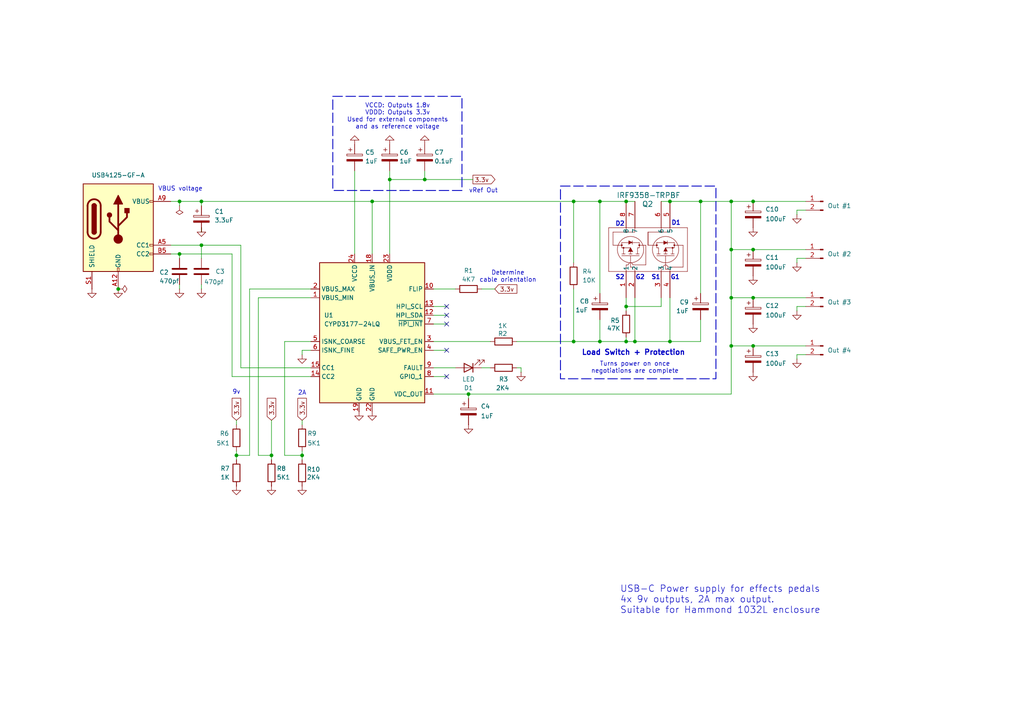
<source format=kicad_sch>
(kicad_sch
	(version 20231120)
	(generator "eeschema")
	(generator_version "8.0")
	(uuid "5e7f8e07-969a-4403-9c4b-717d36136a79")
	(paper "A4")
	(lib_symbols
		(symbol "Connector:Conn_01x02_Pin"
			(pin_names
				(offset 1.016) hide)
			(exclude_from_sim no)
			(in_bom yes)
			(on_board yes)
			(property "Reference" "J"
				(at 0 2.54 0)
				(effects
					(font
						(size 1.27 1.27)
					)
				)
			)
			(property "Value" "Conn_01x02_Pin"
				(at 0 -5.08 0)
				(effects
					(font
						(size 1.27 1.27)
					)
				)
			)
			(property "Footprint" ""
				(at 0 0 0)
				(effects
					(font
						(size 1.27 1.27)
					)
					(hide yes)
				)
			)
			(property "Datasheet" "~"
				(at 0 0 0)
				(effects
					(font
						(size 1.27 1.27)
					)
					(hide yes)
				)
			)
			(property "Description" "Generic connector, single row, 01x02, script generated"
				(at 0 0 0)
				(effects
					(font
						(size 1.27 1.27)
					)
					(hide yes)
				)
			)
			(property "ki_locked" ""
				(at 0 0 0)
				(effects
					(font
						(size 1.27 1.27)
					)
				)
			)
			(property "ki_keywords" "connector"
				(at 0 0 0)
				(effects
					(font
						(size 1.27 1.27)
					)
					(hide yes)
				)
			)
			(property "ki_fp_filters" "Connector*:*_1x??_*"
				(at 0 0 0)
				(effects
					(font
						(size 1.27 1.27)
					)
					(hide yes)
				)
			)
			(symbol "Conn_01x02_Pin_1_1"
				(polyline
					(pts
						(xy 1.27 -2.54) (xy 0.8636 -2.54)
					)
					(stroke
						(width 0.1524)
						(type default)
					)
					(fill
						(type none)
					)
				)
				(polyline
					(pts
						(xy 1.27 0) (xy 0.8636 0)
					)
					(stroke
						(width 0.1524)
						(type default)
					)
					(fill
						(type none)
					)
				)
				(rectangle
					(start 0.8636 -2.413)
					(end 0 -2.667)
					(stroke
						(width 0.1524)
						(type default)
					)
					(fill
						(type outline)
					)
				)
				(rectangle
					(start 0.8636 0.127)
					(end 0 -0.127)
					(stroke
						(width 0.1524)
						(type default)
					)
					(fill
						(type outline)
					)
				)
				(pin passive line
					(at 5.08 0 180)
					(length 3.81)
					(name "Pin_1"
						(effects
							(font
								(size 1.27 1.27)
							)
						)
					)
					(number "1"
						(effects
							(font
								(size 1.27 1.27)
							)
						)
					)
				)
				(pin passive line
					(at 5.08 -2.54 180)
					(length 3.81)
					(name "Pin_2"
						(effects
							(font
								(size 1.27 1.27)
							)
						)
					)
					(number "2"
						(effects
							(font
								(size 1.27 1.27)
							)
						)
					)
				)
			)
		)
		(symbol "Connector:USB_C_Receptacle_PowerOnly_24P"
			(pin_names
				(offset 1.016)
			)
			(exclude_from_sim no)
			(in_bom yes)
			(on_board yes)
			(property "Reference" "J"
				(at 0 16.51 0)
				(effects
					(font
						(size 1.27 1.27)
					)
					(justify bottom)
				)
			)
			(property "Value" "USB_C_Receptacle_PowerOnly_24P"
				(at 0 13.97 0)
				(effects
					(font
						(size 1.27 1.27)
					)
					(justify bottom)
				)
			)
			(property "Footprint" ""
				(at 3.81 2.54 0)
				(effects
					(font
						(size 1.27 1.27)
					)
					(hide yes)
				)
			)
			(property "Datasheet" "https://www.usb.org/sites/default/files/documents/usb_type-c.zip"
				(at 0 0 0)
				(effects
					(font
						(size 1.27 1.27)
					)
					(hide yes)
				)
			)
			(property "Description" "USB Power-Only 24P Type-C Receptacle connector"
				(at 0 0 0)
				(effects
					(font
						(size 1.27 1.27)
					)
					(hide yes)
				)
			)
			(property "ki_keywords" "usb universal serial bus type-C power-only charging-only 24P 24C"
				(at 0 0 0)
				(effects
					(font
						(size 1.27 1.27)
					)
					(hide yes)
				)
			)
			(property "ki_fp_filters" "USB*C*Receptacle*"
				(at 0 0 0)
				(effects
					(font
						(size 1.27 1.27)
					)
					(hide yes)
				)
			)
			(symbol "USB_C_Receptacle_PowerOnly_24P_0_0"
				(rectangle
					(start -0.254 -12.7)
					(end 0.254 -11.684)
					(stroke
						(width 0)
						(type default)
					)
					(fill
						(type none)
					)
				)
				(rectangle
					(start 10.16 -7.366)
					(end 9.144 -7.874)
					(stroke
						(width 0)
						(type default)
					)
					(fill
						(type none)
					)
				)
				(rectangle
					(start 10.16 -4.826)
					(end 9.144 -5.334)
					(stroke
						(width 0)
						(type default)
					)
					(fill
						(type none)
					)
				)
				(rectangle
					(start 10.16 7.874)
					(end 9.144 7.366)
					(stroke
						(width 0)
						(type default)
					)
					(fill
						(type none)
					)
				)
			)
			(symbol "USB_C_Receptacle_PowerOnly_24P_0_1"
				(rectangle
					(start -10.16 12.7)
					(end 10.16 -12.7)
					(stroke
						(width 0.254)
						(type default)
					)
					(fill
						(type background)
					)
				)
				(arc
					(start -8.89 -1.27)
					(mid -6.985 -3.1667)
					(end -5.08 -1.27)
					(stroke
						(width 0.508)
						(type default)
					)
					(fill
						(type none)
					)
				)
				(arc
					(start -7.62 -1.27)
					(mid -6.985 -1.9023)
					(end -6.35 -1.27)
					(stroke
						(width 0.254)
						(type default)
					)
					(fill
						(type none)
					)
				)
				(arc
					(start -7.62 -1.27)
					(mid -6.985 -1.9023)
					(end -6.35 -1.27)
					(stroke
						(width 0.254)
						(type default)
					)
					(fill
						(type outline)
					)
				)
				(rectangle
					(start -7.62 -1.27)
					(end -6.35 6.35)
					(stroke
						(width 0.254)
						(type default)
					)
					(fill
						(type outline)
					)
				)
				(arc
					(start -6.35 6.35)
					(mid -6.985 6.9823)
					(end -7.62 6.35)
					(stroke
						(width 0.254)
						(type default)
					)
					(fill
						(type none)
					)
				)
				(arc
					(start -6.35 6.35)
					(mid -6.985 6.9823)
					(end -7.62 6.35)
					(stroke
						(width 0.254)
						(type default)
					)
					(fill
						(type outline)
					)
				)
				(arc
					(start -5.08 6.35)
					(mid -6.985 8.2467)
					(end -8.89 6.35)
					(stroke
						(width 0.508)
						(type default)
					)
					(fill
						(type none)
					)
				)
				(circle
					(center -2.54 3.683)
					(radius 0.635)
					(stroke
						(width 0.254)
						(type default)
					)
					(fill
						(type outline)
					)
				)
				(circle
					(center 0 -3.302)
					(radius 1.27)
					(stroke
						(width 0)
						(type default)
					)
					(fill
						(type outline)
					)
				)
				(polyline
					(pts
						(xy -8.89 -1.27) (xy -8.89 6.35)
					)
					(stroke
						(width 0.508)
						(type default)
					)
					(fill
						(type none)
					)
				)
				(polyline
					(pts
						(xy -5.08 6.35) (xy -5.08 -1.27)
					)
					(stroke
						(width 0.508)
						(type default)
					)
					(fill
						(type none)
					)
				)
				(polyline
					(pts
						(xy 0 -3.302) (xy 0 6.858)
					)
					(stroke
						(width 0.508)
						(type default)
					)
					(fill
						(type none)
					)
				)
				(polyline
					(pts
						(xy 0 -0.762) (xy -2.54 1.778) (xy -2.54 3.048)
					)
					(stroke
						(width 0.508)
						(type default)
					)
					(fill
						(type none)
					)
				)
				(polyline
					(pts
						(xy 0 0.508) (xy 2.54 3.048) (xy 2.54 4.318)
					)
					(stroke
						(width 0.508)
						(type default)
					)
					(fill
						(type none)
					)
				)
				(polyline
					(pts
						(xy -1.27 6.858) (xy 0 9.398) (xy 1.27 6.858) (xy -1.27 6.858)
					)
					(stroke
						(width 0.254)
						(type default)
					)
					(fill
						(type outline)
					)
				)
				(rectangle
					(start 1.905 4.318)
					(end 3.175 5.588)
					(stroke
						(width 0.254)
						(type default)
					)
					(fill
						(type outline)
					)
				)
			)
			(symbol "USB_C_Receptacle_PowerOnly_24P_1_1"
				(pin passive line
					(at 0 -17.78 90)
					(length 5.08) hide
					(name "GND"
						(effects
							(font
								(size 1.27 1.27)
							)
						)
					)
					(number "A1"
						(effects
							(font
								(size 1.27 1.27)
							)
						)
					)
				)
				(pin power_in line
					(at 0 -17.78 90)
					(length 5.08)
					(name "GND"
						(effects
							(font
								(size 1.27 1.27)
							)
						)
					)
					(number "A12"
						(effects
							(font
								(size 1.27 1.27)
							)
						)
					)
				)
				(pin passive line
					(at 15.24 7.62 180)
					(length 5.08) hide
					(name "VBUS"
						(effects
							(font
								(size 1.27 1.27)
							)
						)
					)
					(number "A4"
						(effects
							(font
								(size 1.27 1.27)
							)
						)
					)
				)
				(pin bidirectional line
					(at 15.24 -5.08 180)
					(length 5.08)
					(name "CC1"
						(effects
							(font
								(size 1.27 1.27)
							)
						)
					)
					(number "A5"
						(effects
							(font
								(size 1.27 1.27)
							)
						)
					)
				)
				(pin power_in line
					(at 15.24 7.62 180)
					(length 5.08)
					(name "VBUS"
						(effects
							(font
								(size 1.27 1.27)
							)
						)
					)
					(number "A9"
						(effects
							(font
								(size 1.27 1.27)
							)
						)
					)
				)
				(pin passive line
					(at 0 -17.78 90)
					(length 5.08) hide
					(name "GND"
						(effects
							(font
								(size 1.27 1.27)
							)
						)
					)
					(number "B1"
						(effects
							(font
								(size 1.27 1.27)
							)
						)
					)
				)
				(pin passive line
					(at 0 -17.78 90)
					(length 5.08) hide
					(name "GND"
						(effects
							(font
								(size 1.27 1.27)
							)
						)
					)
					(number "B12"
						(effects
							(font
								(size 1.27 1.27)
							)
						)
					)
				)
				(pin passive line
					(at 15.24 7.62 180)
					(length 5.08) hide
					(name "VBUS"
						(effects
							(font
								(size 1.27 1.27)
							)
						)
					)
					(number "B4"
						(effects
							(font
								(size 1.27 1.27)
							)
						)
					)
				)
				(pin bidirectional line
					(at 15.24 -7.62 180)
					(length 5.08)
					(name "CC2"
						(effects
							(font
								(size 1.27 1.27)
							)
						)
					)
					(number "B5"
						(effects
							(font
								(size 1.27 1.27)
							)
						)
					)
				)
				(pin passive line
					(at 15.24 7.62 180)
					(length 5.08) hide
					(name "VBUS"
						(effects
							(font
								(size 1.27 1.27)
							)
						)
					)
					(number "B9"
						(effects
							(font
								(size 1.27 1.27)
							)
						)
					)
				)
				(pin passive line
					(at -7.62 -17.78 90)
					(length 5.08)
					(name "SHIELD"
						(effects
							(font
								(size 1.27 1.27)
							)
						)
					)
					(number "S1"
						(effects
							(font
								(size 1.27 1.27)
							)
						)
					)
				)
			)
		)
		(symbol "Device:C"
			(pin_numbers hide)
			(pin_names
				(offset 0.254)
			)
			(exclude_from_sim no)
			(in_bom yes)
			(on_board yes)
			(property "Reference" "C"
				(at 0.635 2.54 0)
				(effects
					(font
						(size 1.27 1.27)
					)
					(justify left)
				)
			)
			(property "Value" "C"
				(at 0.635 -2.54 0)
				(effects
					(font
						(size 1.27 1.27)
					)
					(justify left)
				)
			)
			(property "Footprint" ""
				(at 0.9652 -3.81 0)
				(effects
					(font
						(size 1.27 1.27)
					)
					(hide yes)
				)
			)
			(property "Datasheet" "~"
				(at 0 0 0)
				(effects
					(font
						(size 1.27 1.27)
					)
					(hide yes)
				)
			)
			(property "Description" "Unpolarized capacitor"
				(at 0 0 0)
				(effects
					(font
						(size 1.27 1.27)
					)
					(hide yes)
				)
			)
			(property "ki_keywords" "cap capacitor"
				(at 0 0 0)
				(effects
					(font
						(size 1.27 1.27)
					)
					(hide yes)
				)
			)
			(property "ki_fp_filters" "C_*"
				(at 0 0 0)
				(effects
					(font
						(size 1.27 1.27)
					)
					(hide yes)
				)
			)
			(symbol "C_0_1"
				(polyline
					(pts
						(xy -2.032 -0.762) (xy 2.032 -0.762)
					)
					(stroke
						(width 0.508)
						(type default)
					)
					(fill
						(type none)
					)
				)
				(polyline
					(pts
						(xy -2.032 0.762) (xy 2.032 0.762)
					)
					(stroke
						(width 0.508)
						(type default)
					)
					(fill
						(type none)
					)
				)
			)
			(symbol "C_1_1"
				(pin passive line
					(at 0 3.81 270)
					(length 2.794)
					(name "~"
						(effects
							(font
								(size 1.27 1.27)
							)
						)
					)
					(number "1"
						(effects
							(font
								(size 1.27 1.27)
							)
						)
					)
				)
				(pin passive line
					(at 0 -3.81 90)
					(length 2.794)
					(name "~"
						(effects
							(font
								(size 1.27 1.27)
							)
						)
					)
					(number "2"
						(effects
							(font
								(size 1.27 1.27)
							)
						)
					)
				)
			)
		)
		(symbol "Device:C_Polarized"
			(pin_numbers hide)
			(pin_names
				(offset 0.254)
			)
			(exclude_from_sim no)
			(in_bom yes)
			(on_board yes)
			(property "Reference" "C"
				(at 0.635 2.54 0)
				(effects
					(font
						(size 1.27 1.27)
					)
					(justify left)
				)
			)
			(property "Value" "C_Polarized"
				(at 0.635 -2.54 0)
				(effects
					(font
						(size 1.27 1.27)
					)
					(justify left)
				)
			)
			(property "Footprint" ""
				(at 0.9652 -3.81 0)
				(effects
					(font
						(size 1.27 1.27)
					)
					(hide yes)
				)
			)
			(property "Datasheet" "~"
				(at 0 0 0)
				(effects
					(font
						(size 1.27 1.27)
					)
					(hide yes)
				)
			)
			(property "Description" "Polarized capacitor"
				(at 0 0 0)
				(effects
					(font
						(size 1.27 1.27)
					)
					(hide yes)
				)
			)
			(property "ki_keywords" "cap capacitor"
				(at 0 0 0)
				(effects
					(font
						(size 1.27 1.27)
					)
					(hide yes)
				)
			)
			(property "ki_fp_filters" "CP_*"
				(at 0 0 0)
				(effects
					(font
						(size 1.27 1.27)
					)
					(hide yes)
				)
			)
			(symbol "C_Polarized_0_1"
				(rectangle
					(start -2.286 0.508)
					(end 2.286 1.016)
					(stroke
						(width 0)
						(type default)
					)
					(fill
						(type none)
					)
				)
				(polyline
					(pts
						(xy -1.778 2.286) (xy -0.762 2.286)
					)
					(stroke
						(width 0)
						(type default)
					)
					(fill
						(type none)
					)
				)
				(polyline
					(pts
						(xy -1.27 2.794) (xy -1.27 1.778)
					)
					(stroke
						(width 0)
						(type default)
					)
					(fill
						(type none)
					)
				)
				(rectangle
					(start 2.286 -0.508)
					(end -2.286 -1.016)
					(stroke
						(width 0)
						(type default)
					)
					(fill
						(type outline)
					)
				)
			)
			(symbol "C_Polarized_1_1"
				(pin passive line
					(at 0 3.81 270)
					(length 2.794)
					(name "~"
						(effects
							(font
								(size 1.27 1.27)
							)
						)
					)
					(number "1"
						(effects
							(font
								(size 1.27 1.27)
							)
						)
					)
				)
				(pin passive line
					(at 0 -3.81 90)
					(length 2.794)
					(name "~"
						(effects
							(font
								(size 1.27 1.27)
							)
						)
					)
					(number "2"
						(effects
							(font
								(size 1.27 1.27)
							)
						)
					)
				)
			)
		)
		(symbol "Device:LED"
			(pin_numbers hide)
			(pin_names
				(offset 1.016) hide)
			(exclude_from_sim no)
			(in_bom yes)
			(on_board yes)
			(property "Reference" "D"
				(at 0 2.54 0)
				(effects
					(font
						(size 1.27 1.27)
					)
				)
			)
			(property "Value" "LED"
				(at 0 -2.54 0)
				(effects
					(font
						(size 1.27 1.27)
					)
				)
			)
			(property "Footprint" ""
				(at 0 0 0)
				(effects
					(font
						(size 1.27 1.27)
					)
					(hide yes)
				)
			)
			(property "Datasheet" "~"
				(at 0 0 0)
				(effects
					(font
						(size 1.27 1.27)
					)
					(hide yes)
				)
			)
			(property "Description" "Light emitting diode"
				(at 0 0 0)
				(effects
					(font
						(size 1.27 1.27)
					)
					(hide yes)
				)
			)
			(property "ki_keywords" "LED diode"
				(at 0 0 0)
				(effects
					(font
						(size 1.27 1.27)
					)
					(hide yes)
				)
			)
			(property "ki_fp_filters" "LED* LED_SMD:* LED_THT:*"
				(at 0 0 0)
				(effects
					(font
						(size 1.27 1.27)
					)
					(hide yes)
				)
			)
			(symbol "LED_0_1"
				(polyline
					(pts
						(xy -1.27 -1.27) (xy -1.27 1.27)
					)
					(stroke
						(width 0.254)
						(type default)
					)
					(fill
						(type none)
					)
				)
				(polyline
					(pts
						(xy -1.27 0) (xy 1.27 0)
					)
					(stroke
						(width 0)
						(type default)
					)
					(fill
						(type none)
					)
				)
				(polyline
					(pts
						(xy 1.27 -1.27) (xy 1.27 1.27) (xy -1.27 0) (xy 1.27 -1.27)
					)
					(stroke
						(width 0.254)
						(type default)
					)
					(fill
						(type none)
					)
				)
				(polyline
					(pts
						(xy -3.048 -0.762) (xy -4.572 -2.286) (xy -3.81 -2.286) (xy -4.572 -2.286) (xy -4.572 -1.524)
					)
					(stroke
						(width 0)
						(type default)
					)
					(fill
						(type none)
					)
				)
				(polyline
					(pts
						(xy -1.778 -0.762) (xy -3.302 -2.286) (xy -2.54 -2.286) (xy -3.302 -2.286) (xy -3.302 -1.524)
					)
					(stroke
						(width 0)
						(type default)
					)
					(fill
						(type none)
					)
				)
			)
			(symbol "LED_1_1"
				(pin passive line
					(at -3.81 0 0)
					(length 2.54)
					(name "K"
						(effects
							(font
								(size 1.27 1.27)
							)
						)
					)
					(number "1"
						(effects
							(font
								(size 1.27 1.27)
							)
						)
					)
				)
				(pin passive line
					(at 3.81 0 180)
					(length 2.54)
					(name "A"
						(effects
							(font
								(size 1.27 1.27)
							)
						)
					)
					(number "2"
						(effects
							(font
								(size 1.27 1.27)
							)
						)
					)
				)
			)
		)
		(symbol "Device:R"
			(pin_numbers hide)
			(pin_names
				(offset 0)
			)
			(exclude_from_sim no)
			(in_bom yes)
			(on_board yes)
			(property "Reference" "R"
				(at 2.032 0 90)
				(effects
					(font
						(size 1.27 1.27)
					)
				)
			)
			(property "Value" "R"
				(at 0 0 90)
				(effects
					(font
						(size 1.27 1.27)
					)
				)
			)
			(property "Footprint" ""
				(at -1.778 0 90)
				(effects
					(font
						(size 1.27 1.27)
					)
					(hide yes)
				)
			)
			(property "Datasheet" "~"
				(at 0 0 0)
				(effects
					(font
						(size 1.27 1.27)
					)
					(hide yes)
				)
			)
			(property "Description" "Resistor"
				(at 0 0 0)
				(effects
					(font
						(size 1.27 1.27)
					)
					(hide yes)
				)
			)
			(property "ki_keywords" "R res resistor"
				(at 0 0 0)
				(effects
					(font
						(size 1.27 1.27)
					)
					(hide yes)
				)
			)
			(property "ki_fp_filters" "R_*"
				(at 0 0 0)
				(effects
					(font
						(size 1.27 1.27)
					)
					(hide yes)
				)
			)
			(symbol "R_0_1"
				(rectangle
					(start -1.016 -2.54)
					(end 1.016 2.54)
					(stroke
						(width 0.254)
						(type default)
					)
					(fill
						(type none)
					)
				)
			)
			(symbol "R_1_1"
				(pin passive line
					(at 0 3.81 270)
					(length 1.27)
					(name "~"
						(effects
							(font
								(size 1.27 1.27)
							)
						)
					)
					(number "1"
						(effects
							(font
								(size 1.27 1.27)
							)
						)
					)
				)
				(pin passive line
					(at 0 -3.81 90)
					(length 1.27)
					(name "~"
						(effects
							(font
								(size 1.27 1.27)
							)
						)
					)
					(number "2"
						(effects
							(font
								(size 1.27 1.27)
							)
						)
					)
				)
			)
		)
		(symbol "Interface_USB:CYPD3177-24LQ"
			(exclude_from_sim no)
			(in_bom yes)
			(on_board yes)
			(property "Reference" "U1"
				(at -13.97 5.08 0)
				(effects
					(font
						(size 1.27 1.27)
					)
					(justify left)
				)
			)
			(property "Value" "CYPD3177-24LQ"
				(at -13.97 2.54 0)
				(effects
					(font
						(size 1.27 1.27)
					)
					(justify left)
				)
			)
			(property "Footprint" "Package_DFN_QFN:QFN-24-1EP_4x4mm_P0.5mm_EP2.75x2.75mm"
				(at 0 0 0)
				(effects
					(font
						(size 1.27 1.27)
					)
					(hide yes)
				)
			)
			(property "Datasheet" "https://www.infineon.com/dgdl/Infineon-EZ-PD_BCR_Datasheet_USB_Type-C_Port_Controller_for_Power_Sinks-DataSheet-v03_00-EN.pdf?fileId=8ac78c8c7d0d8da4017d0ee7ce9d70ad"
				(at 0 0 0)
				(effects
					(font
						(size 1.27 1.27)
					)
					(hide yes)
				)
			)
			(property "Description" "Stand-alone USB PD controller (with sink Auto-run mode), QFN-24"
				(at 0 0 0)
				(effects
					(font
						(size 1.27 1.27)
					)
					(hide yes)
				)
			)
			(property "ki_keywords" "usb pd type csink"
				(at 0 0 0)
				(effects
					(font
						(size 1.27 1.27)
					)
					(hide yes)
				)
			)
			(property "ki_fp_filters" "QFN*1EP?4x4mm*P0.5mm*"
				(at 0 0 0)
				(effects
					(font
						(size 1.27 1.27)
					)
					(hide yes)
				)
			)
			(symbol "CYPD3177-24LQ_0_1"
				(rectangle
					(start -15.24 20.32)
					(end 15.24 -20.32)
					(stroke
						(width 0.254)
						(type default)
					)
					(fill
						(type background)
					)
				)
			)
			(symbol "CYPD3177-24LQ_1_1"
				(pin input line
					(at -17.78 10.16 0)
					(length 2.54)
					(name "VBUS_MIN"
						(effects
							(font
								(size 1.27 1.27)
							)
						)
					)
					(number "1"
						(effects
							(font
								(size 1.27 1.27)
							)
						)
					)
				)
				(pin output line
					(at 17.78 12.7 180)
					(length 2.54)
					(name "FLIP"
						(effects
							(font
								(size 1.27 1.27)
							)
						)
					)
					(number "10"
						(effects
							(font
								(size 1.27 1.27)
							)
						)
					)
				)
				(pin output line
					(at 17.78 -17.78 180)
					(length 2.54)
					(name "VDC_OUT"
						(effects
							(font
								(size 1.27 1.27)
							)
						)
					)
					(number "11"
						(effects
							(font
								(size 1.27 1.27)
							)
						)
					)
				)
				(pin bidirectional line
					(at 17.78 5.08 180)
					(length 2.54)
					(name "HPI_SDA"
						(effects
							(font
								(size 1.27 1.27)
							)
						)
					)
					(number "12"
						(effects
							(font
								(size 1.27 1.27)
							)
						)
					)
				)
				(pin bidirectional line
					(at 17.78 7.62 180)
					(length 2.54)
					(name "HPI_SCL"
						(effects
							(font
								(size 1.27 1.27)
							)
						)
					)
					(number "13"
						(effects
							(font
								(size 1.27 1.27)
							)
						)
					)
				)
				(pin bidirectional line
					(at -17.78 -12.7 0)
					(length 2.54)
					(name "CC2"
						(effects
							(font
								(size 1.27 1.27)
							)
						)
					)
					(number "14"
						(effects
							(font
								(size 1.27 1.27)
							)
						)
					)
				)
				(pin bidirectional line
					(at -17.78 -10.16 0)
					(length 2.54)
					(name "CC1"
						(effects
							(font
								(size 1.27 1.27)
							)
						)
					)
					(number "15"
						(effects
							(font
								(size 1.27 1.27)
							)
						)
					)
				)
				(pin no_connect line
					(at -15.24 2.54 0)
					(length 2.54) hide
					(name "NC"
						(effects
							(font
								(size 1.27 1.27)
							)
						)
					)
					(number "16"
						(effects
							(font
								(size 1.27 1.27)
							)
						)
					)
				)
				(pin no_connect line
					(at -15.24 5.08 0)
					(length 2.54) hide
					(name "NC"
						(effects
							(font
								(size 1.27 1.27)
							)
						)
					)
					(number "17"
						(effects
							(font
								(size 1.27 1.27)
							)
						)
					)
				)
				(pin power_in line
					(at 0 22.86 270)
					(length 2.54)
					(name "VBUS_IN"
						(effects
							(font
								(size 1.27 1.27)
							)
						)
					)
					(number "18"
						(effects
							(font
								(size 1.27 1.27)
							)
						)
					)
				)
				(pin power_in line
					(at -3.81 -22.86 90)
					(length 2.54)
					(name "GND"
						(effects
							(font
								(size 1.27 1.27)
							)
						)
					)
					(number "19"
						(effects
							(font
								(size 1.27 1.27)
							)
						)
					)
				)
				(pin input line
					(at -17.78 12.7 0)
					(length 2.54)
					(name "VBUS_MAX"
						(effects
							(font
								(size 1.27 1.27)
							)
						)
					)
					(number "2"
						(effects
							(font
								(size 1.27 1.27)
							)
						)
					)
				)
				(pin no_connect line
					(at 15.24 17.78 180)
					(length 2.54) hide
					(name "NC"
						(effects
							(font
								(size 1.27 1.27)
							)
						)
					)
					(number "20"
						(effects
							(font
								(size 1.27 1.27)
							)
						)
					)
				)
				(pin no_connect line
					(at 15.24 15.24 180)
					(length 2.54) hide
					(name "NC"
						(effects
							(font
								(size 1.27 1.27)
							)
						)
					)
					(number "21"
						(effects
							(font
								(size 1.27 1.27)
							)
						)
					)
				)
				(pin passive line
					(at 0 -22.86 90)
					(length 2.54)
					(name "GND"
						(effects
							(font
								(size 1.27 1.27)
							)
						)
					)
					(number "22"
						(effects
							(font
								(size 1.27 1.27)
							)
						)
					)
				)
				(pin power_out line
					(at 5.08 22.86 270)
					(length 2.54)
					(name "VDDD"
						(effects
							(font
								(size 1.27 1.27)
							)
						)
					)
					(number "23"
						(effects
							(font
								(size 1.27 1.27)
							)
						)
					)
				)
				(pin power_out line
					(at -5.08 22.86 270)
					(length 2.54)
					(name "VCCD"
						(effects
							(font
								(size 1.27 1.27)
							)
						)
					)
					(number "24"
						(effects
							(font
								(size 1.27 1.27)
							)
						)
					)
				)
				(pin passive line
					(at 0 -22.86 90)
					(length 2.54) hide
					(name "GND"
						(effects
							(font
								(size 1.27 1.27)
							)
						)
					)
					(number "25"
						(effects
							(font
								(size 1.27 1.27)
							)
						)
					)
				)
				(pin output line
					(at 17.78 -2.54 180)
					(length 2.54)
					(name "VBUS_FET_EN"
						(effects
							(font
								(size 1.27 1.27)
							)
						)
					)
					(number "3"
						(effects
							(font
								(size 1.27 1.27)
							)
						)
					)
				)
				(pin output line
					(at 17.78 -5.08 180)
					(length 2.54)
					(name "SAFE_PWR_EN"
						(effects
							(font
								(size 1.27 1.27)
							)
						)
					)
					(number "4"
						(effects
							(font
								(size 1.27 1.27)
							)
						)
					)
				)
				(pin input line
					(at -17.78 -2.54 0)
					(length 2.54)
					(name "ISNK_COARSE"
						(effects
							(font
								(size 1.27 1.27)
							)
						)
					)
					(number "5"
						(effects
							(font
								(size 1.27 1.27)
							)
						)
					)
				)
				(pin input line
					(at -17.78 -5.08 0)
					(length 2.54)
					(name "ISNK_FINE"
						(effects
							(font
								(size 1.27 1.27)
							)
						)
					)
					(number "6"
						(effects
							(font
								(size 1.27 1.27)
							)
						)
					)
				)
				(pin input line
					(at 17.78 2.54 180)
					(length 2.54)
					(name "~{HPI_INT}"
						(effects
							(font
								(size 1.27 1.27)
							)
						)
					)
					(number "7"
						(effects
							(font
								(size 1.27 1.27)
							)
						)
					)
				)
				(pin bidirectional line
					(at 17.78 -12.7 180)
					(length 2.54)
					(name "GPIO_1"
						(effects
							(font
								(size 1.27 1.27)
							)
						)
					)
					(number "8"
						(effects
							(font
								(size 1.27 1.27)
							)
						)
					)
				)
				(pin output line
					(at 17.78 -10.16 180)
					(length 2.54)
					(name "FAULT"
						(effects
							(font
								(size 1.27 1.27)
							)
						)
					)
					(number "9"
						(effects
							(font
								(size 1.27 1.27)
							)
						)
					)
				)
			)
		)
		(symbol "custom library:IRF9358TRPBF"
			(pin_names
				(offset 0.254)
			)
			(exclude_from_sim no)
			(in_bom yes)
			(on_board yes)
			(property "Reference" "Q"
				(at 13.97 10.16 0)
				(effects
					(font
						(size 1.524 1.524)
					)
				)
			)
			(property "Value" "IRF9358TRPBF"
				(at 15.24 7.62 0)
				(effects
					(font
						(size 1.524 1.524)
					)
				)
			)
			(property "Footprint" "SO8_IRF9358TRPBF_INF"
				(at 14.224 4.572 0)
				(effects
					(font
						(size 1.27 1.27)
						(italic yes)
					)
					(hide yes)
				)
			)
			(property "Datasheet" "IRF9358TRPBF"
				(at 14.986 4.572 0)
				(effects
					(font
						(size 1.27 1.27)
						(italic yes)
					)
					(hide yes)
				)
			)
			(property "Description" ""
				(at 0 0 0)
				(effects
					(font
						(size 1.27 1.27)
					)
					(hide yes)
				)
			)
			(property "ki_locked" ""
				(at 0 0 0)
				(effects
					(font
						(size 1.27 1.27)
					)
				)
			)
			(property "ki_keywords" "IRF9358TRPBF"
				(at 0 0 0)
				(effects
					(font
						(size 1.27 1.27)
					)
					(hide yes)
				)
			)
			(property "ki_fp_filters" "SO8_IRF9358TRPBF_INF SO8_IRF9358TRPBF_INF-M SO8_IRF9358TRPBF_INF-L"
				(at 0 0 0)
				(effects
					(font
						(size 1.27 1.27)
					)
					(hide yes)
				)
			)
			(symbol "IRF9358TRPBF_0_1"
				(polyline
					(pts
						(xy 7.62 -17.78) (xy 20.32 -17.78)
					)
					(stroke
						(width 0.127)
						(type default)
					)
					(fill
						(type none)
					)
				)
				(polyline
					(pts
						(xy 7.62 -12.7) (xy 8.255 -12.7)
					)
					(stroke
						(width 0.127)
						(type default)
					)
					(fill
						(type none)
					)
				)
				(polyline
					(pts
						(xy 7.62 -10.16) (xy 8.89 -10.16)
					)
					(stroke
						(width 0.127)
						(type default)
					)
					(fill
						(type none)
					)
				)
				(polyline
					(pts
						(xy 7.62 -2.54) (xy 8.89 -2.54)
					)
					(stroke
						(width 0.127)
						(type default)
					)
					(fill
						(type none)
					)
				)
				(polyline
					(pts
						(xy 7.62 0) (xy 9.525 0)
					)
					(stroke
						(width 0.127)
						(type default)
					)
					(fill
						(type none)
					)
				)
				(polyline
					(pts
						(xy 7.62 5.08) (xy 7.62 -17.78)
					)
					(stroke
						(width 0.127)
						(type default)
					)
					(fill
						(type none)
					)
				)
				(polyline
					(pts
						(xy 8.255 -12.7) (xy 8.255 -11.43)
					)
					(stroke
						(width 0.127)
						(type default)
					)
					(fill
						(type none)
					)
				)
				(polyline
					(pts
						(xy 8.255 -11.43) (xy 12.192 -11.43)
					)
					(stroke
						(width 0.127)
						(type default)
					)
					(fill
						(type none)
					)
				)
				(polyline
					(pts
						(xy 8.89 -16.51) (xy 15.24 -16.51)
					)
					(stroke
						(width 0.127)
						(type default)
					)
					(fill
						(type none)
					)
				)
				(polyline
					(pts
						(xy 8.89 -12.065) (xy 8.89 -16.51)
					)
					(stroke
						(width 0.127)
						(type default)
					)
					(fill
						(type none)
					)
				)
				(polyline
					(pts
						(xy 8.89 -10.795) (xy 8.89 -10.16)
					)
					(stroke
						(width 0.127)
						(type default)
					)
					(fill
						(type none)
					)
				)
				(polyline
					(pts
						(xy 8.89 -2.54) (xy 8.89 -1.27)
					)
					(stroke
						(width 0.127)
						(type default)
					)
					(fill
						(type none)
					)
				)
				(polyline
					(pts
						(xy 8.89 -1.27) (xy 12.192 -1.27)
					)
					(stroke
						(width 0.127)
						(type default)
					)
					(fill
						(type none)
					)
				)
				(polyline
					(pts
						(xy 9.525 -1.905) (xy 9.525 -5.715)
					)
					(stroke
						(width 0.127)
						(type default)
					)
					(fill
						(type none)
					)
				)
				(polyline
					(pts
						(xy 9.525 0) (xy 9.525 -0.635)
					)
					(stroke
						(width 0.127)
						(type default)
					)
					(fill
						(type none)
					)
				)
				(polyline
					(pts
						(xy 12.192 -13.97) (xy 12.192 -8.89)
					)
					(stroke
						(width 0.127)
						(type default)
					)
					(fill
						(type none)
					)
				)
				(polyline
					(pts
						(xy 12.192 1.27) (xy 12.192 -3.81)
					)
					(stroke
						(width 0.127)
						(type default)
					)
					(fill
						(type none)
					)
				)
				(polyline
					(pts
						(xy 12.7 -13.97) (xy 12.7 -12.954)
					)
					(stroke
						(width 0.127)
						(type default)
					)
					(fill
						(type none)
					)
				)
				(polyline
					(pts
						(xy 12.7 -13.462) (xy 14.478 -13.462)
					)
					(stroke
						(width 0.127)
						(type default)
					)
					(fill
						(type none)
					)
				)
				(polyline
					(pts
						(xy 12.7 -11.938) (xy 12.7 -10.922)
					)
					(stroke
						(width 0.127)
						(type default)
					)
					(fill
						(type none)
					)
				)
				(polyline
					(pts
						(xy 12.7 -11.43) (xy 14.478 -11.43)
					)
					(stroke
						(width 0.127)
						(type default)
					)
					(fill
						(type none)
					)
				)
				(polyline
					(pts
						(xy 12.7 -9.906) (xy 12.7 -8.89)
					)
					(stroke
						(width 0.127)
						(type default)
					)
					(fill
						(type none)
					)
				)
				(polyline
					(pts
						(xy 12.7 -9.398) (xy 14.478 -9.398)
					)
					(stroke
						(width 0.127)
						(type default)
					)
					(fill
						(type none)
					)
				)
				(polyline
					(pts
						(xy 12.7 -3.302) (xy 14.478 -3.302)
					)
					(stroke
						(width 0.127)
						(type default)
					)
					(fill
						(type none)
					)
				)
				(polyline
					(pts
						(xy 12.7 -2.794) (xy 12.7 -3.81)
					)
					(stroke
						(width 0.127)
						(type default)
					)
					(fill
						(type none)
					)
				)
				(polyline
					(pts
						(xy 12.7 -1.27) (xy 14.478 -1.27)
					)
					(stroke
						(width 0.127)
						(type default)
					)
					(fill
						(type none)
					)
				)
				(polyline
					(pts
						(xy 12.7 -0.762) (xy 12.7 -1.778)
					)
					(stroke
						(width 0.127)
						(type default)
					)
					(fill
						(type none)
					)
				)
				(polyline
					(pts
						(xy 12.7 0.762) (xy 14.478 0.762)
					)
					(stroke
						(width 0.127)
						(type default)
					)
					(fill
						(type none)
					)
				)
				(polyline
					(pts
						(xy 12.7 1.27) (xy 12.7 0.254)
					)
					(stroke
						(width 0.127)
						(type default)
					)
					(fill
						(type none)
					)
				)
				(polyline
					(pts
						(xy 14.478 -13.97) (xy 14.478 -11.43)
					)
					(stroke
						(width 0.127)
						(type default)
					)
					(fill
						(type none)
					)
				)
				(polyline
					(pts
						(xy 14.478 -13.97) (xy 16.002 -13.97)
					)
					(stroke
						(width 0.127)
						(type default)
					)
					(fill
						(type none)
					)
				)
				(polyline
					(pts
						(xy 14.478 -9.398) (xy 14.478 -8.89)
					)
					(stroke
						(width 0.127)
						(type default)
					)
					(fill
						(type none)
					)
				)
				(polyline
					(pts
						(xy 14.478 -8.89) (xy 16.002 -8.89)
					)
					(stroke
						(width 0.127)
						(type default)
					)
					(fill
						(type none)
					)
				)
				(polyline
					(pts
						(xy 14.478 -3.81) (xy 16.002 -3.81)
					)
					(stroke
						(width 0.127)
						(type default)
					)
					(fill
						(type none)
					)
				)
				(polyline
					(pts
						(xy 14.478 -3.302) (xy 14.478 -3.81)
					)
					(stroke
						(width 0.127)
						(type default)
					)
					(fill
						(type none)
					)
				)
				(polyline
					(pts
						(xy 14.478 1.27) (xy 14.478 -1.27)
					)
					(stroke
						(width 0.127)
						(type default)
					)
					(fill
						(type none)
					)
				)
				(polyline
					(pts
						(xy 14.478 1.27) (xy 16.002 1.27)
					)
					(stroke
						(width 0.127)
						(type default)
					)
					(fill
						(type none)
					)
				)
				(polyline
					(pts
						(xy 15.24 -16.51) (xy 15.24 -13.97)
					)
					(stroke
						(width 0.127)
						(type default)
					)
					(fill
						(type none)
					)
				)
				(polyline
					(pts
						(xy 15.24 -8.89) (xy 15.24 -6.35)
					)
					(stroke
						(width 0.127)
						(type default)
					)
					(fill
						(type none)
					)
				)
				(polyline
					(pts
						(xy 15.24 -6.35) (xy 19.05 -6.35)
					)
					(stroke
						(width 0.127)
						(type default)
					)
					(fill
						(type none)
					)
				)
				(polyline
					(pts
						(xy 15.24 -6.35) (xy 19.05 -6.35)
					)
					(stroke
						(width 0.127)
						(type default)
					)
					(fill
						(type none)
					)
				)
				(polyline
					(pts
						(xy 15.24 -5.715) (xy 9.525 -5.715)
					)
					(stroke
						(width 0.127)
						(type default)
					)
					(fill
						(type none)
					)
				)
				(polyline
					(pts
						(xy 15.24 -5.715) (xy 15.24 -3.81)
					)
					(stroke
						(width 0.127)
						(type default)
					)
					(fill
						(type none)
					)
				)
				(polyline
					(pts
						(xy 15.24 3.81) (xy 15.24 1.27)
					)
					(stroke
						(width 0.127)
						(type default)
					)
					(fill
						(type none)
					)
				)
				(polyline
					(pts
						(xy 15.24 3.81) (xy 19.05 3.81)
					)
					(stroke
						(width 0.127)
						(type default)
					)
					(fill
						(type none)
					)
				)
				(polyline
					(pts
						(xy 15.494 -1.778) (xy 16.51 -1.778)
					)
					(stroke
						(width 0.127)
						(type default)
					)
					(fill
						(type none)
					)
				)
				(polyline
					(pts
						(xy 16.002 -13.97) (xy 16.002 -8.89)
					)
					(stroke
						(width 0.127)
						(type default)
					)
					(fill
						(type none)
					)
				)
				(polyline
					(pts
						(xy 16.002 1.27) (xy 16.002 -3.81)
					)
					(stroke
						(width 0.127)
						(type default)
					)
					(fill
						(type none)
					)
				)
				(polyline
					(pts
						(xy 16.51 -11.938) (xy 15.494 -11.938)
					)
					(stroke
						(width 0.127)
						(type default)
					)
					(fill
						(type none)
					)
				)
				(polyline
					(pts
						(xy 19.05 -12.7) (xy 19.05 -6.35)
					)
					(stroke
						(width 0.127)
						(type default)
					)
					(fill
						(type none)
					)
				)
				(polyline
					(pts
						(xy 19.05 -12.7) (xy 20.32 -12.7)
					)
					(stroke
						(width 0.127)
						(type default)
					)
					(fill
						(type none)
					)
				)
				(polyline
					(pts
						(xy 19.05 -10.16) (xy 20.32 -10.16)
					)
					(stroke
						(width 0.127)
						(type default)
					)
					(fill
						(type none)
					)
				)
				(polyline
					(pts
						(xy 19.05 -2.54) (xy 20.32 -2.54)
					)
					(stroke
						(width 0.127)
						(type default)
					)
					(fill
						(type none)
					)
				)
				(polyline
					(pts
						(xy 19.05 0) (xy 20.32 0)
					)
					(stroke
						(width 0.127)
						(type default)
					)
					(fill
						(type none)
					)
				)
				(polyline
					(pts
						(xy 19.05 3.81) (xy 19.05 -2.54)
					)
					(stroke
						(width 0.127)
						(type default)
					)
					(fill
						(type none)
					)
				)
				(polyline
					(pts
						(xy 20.32 -17.78) (xy 20.32 5.08)
					)
					(stroke
						(width 0.127)
						(type default)
					)
					(fill
						(type none)
					)
				)
				(polyline
					(pts
						(xy 20.32 5.08) (xy 7.62 5.08)
					)
					(stroke
						(width 0.127)
						(type default)
					)
					(fill
						(type none)
					)
				)
				(polyline
					(pts
						(xy 13.335 -1.905) (xy 14.478 -1.27) (xy 13.335 -0.635)
					)
					(stroke
						(width 0)
						(type default)
					)
					(fill
						(type outline)
					)
				)
				(polyline
					(pts
						(xy 13.462 -10.922) (xy 14.478 -11.43) (xy 13.462 -11.938)
					)
					(stroke
						(width 0)
						(type default)
					)
					(fill
						(type outline)
					)
				)
				(polyline
					(pts
						(xy 15.494 -0.762) (xy 16.51 -0.762) (xy 16.002 -1.778)
					)
					(stroke
						(width 0)
						(type default)
					)
					(fill
						(type outline)
					)
				)
				(polyline
					(pts
						(xy 16.51 -10.922) (xy 15.494 -10.922) (xy 16.002 -11.938)
					)
					(stroke
						(width 0)
						(type default)
					)
					(fill
						(type outline)
					)
				)
				(arc
					(start 8.89 -12.065)
					(mid 9.5222 -11.43)
					(end 8.89 -10.795)
					(stroke
						(width 0.127)
						(type default)
					)
					(fill
						(type none)
					)
				)
				(arc
					(start 9.525 -1.905)
					(mid 10.1572 -1.27)
					(end 9.525 -0.635)
					(stroke
						(width 0.127)
						(type default)
					)
					(fill
						(type none)
					)
				)
				(circle
					(center 13.97 -11.43)
					(radius 3.81)
					(stroke
						(width 0.127)
						(type default)
					)
					(fill
						(type none)
					)
				)
				(circle
					(center 13.97 -1.27)
					(radius 3.81)
					(stroke
						(width 0.127)
						(type default)
					)
					(fill
						(type none)
					)
				)
				(circle
					(center 14.478 -13.462)
					(radius 0.127)
					(stroke
						(width 0.254)
						(type default)
					)
					(fill
						(type none)
					)
				)
				(circle
					(center 14.478 0.762)
					(radius 0.127)
					(stroke
						(width 0.254)
						(type default)
					)
					(fill
						(type none)
					)
				)
				(circle
					(center 15.24 -13.97)
					(radius 0.127)
					(stroke
						(width 0.254)
						(type default)
					)
					(fill
						(type none)
					)
				)
				(circle
					(center 15.24 -8.89)
					(radius 0.127)
					(stroke
						(width 0.254)
						(type default)
					)
					(fill
						(type none)
					)
				)
				(circle
					(center 15.24 -3.81)
					(radius 0.127)
					(stroke
						(width 0.254)
						(type default)
					)
					(fill
						(type none)
					)
				)
				(circle
					(center 15.24 1.27)
					(radius 0.127)
					(stroke
						(width 0.254)
						(type default)
					)
					(fill
						(type none)
					)
				)
				(circle
					(center 19.05 -10.16)
					(radius 0.127)
					(stroke
						(width 0.254)
						(type default)
					)
					(fill
						(type none)
					)
				)
				(circle
					(center 19.05 0)
					(radius 0.127)
					(stroke
						(width 0.254)
						(type default)
					)
					(fill
						(type none)
					)
				)
				(pin passive line
					(at 0 0 0)
					(length 7.62)
					(name "1"
						(effects
							(font
								(size 1.27 1.27)
							)
						)
					)
					(number "1"
						(effects
							(font
								(size 1.27 1.27)
							)
						)
					)
				)
				(pin input line
					(at 0 -2.54 0)
					(length 7.62)
					(name "2"
						(effects
							(font
								(size 1.27 1.27)
							)
						)
					)
					(number "2"
						(effects
							(font
								(size 1.27 1.27)
							)
						)
					)
				)
				(pin passive line
					(at 0 -10.16 0)
					(length 7.62)
					(name "3"
						(effects
							(font
								(size 1.27 1.27)
							)
						)
					)
					(number "3"
						(effects
							(font
								(size 1.27 1.27)
							)
						)
					)
				)
				(pin input line
					(at 0 -12.7 0)
					(length 7.62)
					(name "4"
						(effects
							(font
								(size 1.27 1.27)
							)
						)
					)
					(number "4"
						(effects
							(font
								(size 1.27 1.27)
							)
						)
					)
				)
				(pin passive line
					(at 27.94 -12.7 180)
					(length 7.62)
					(name "5"
						(effects
							(font
								(size 1.27 1.27)
							)
						)
					)
					(number "5"
						(effects
							(font
								(size 1.27 1.27)
							)
						)
					)
				)
				(pin passive line
					(at 27.94 -10.16 180)
					(length 7.62)
					(name "6"
						(effects
							(font
								(size 1.27 1.27)
							)
						)
					)
					(number "6"
						(effects
							(font
								(size 1.27 1.27)
							)
						)
					)
				)
				(pin passive line
					(at 27.94 -2.54 180)
					(length 7.62)
					(name "7"
						(effects
							(font
								(size 1.27 1.27)
							)
						)
					)
					(number "7"
						(effects
							(font
								(size 1.27 1.27)
							)
						)
					)
				)
				(pin passive line
					(at 27.94 0 180)
					(length 7.62)
					(name "8"
						(effects
							(font
								(size 1.27 1.27)
							)
						)
					)
					(number "8"
						(effects
							(font
								(size 1.27 1.27)
							)
						)
					)
				)
			)
		)
		(symbol "power:GND"
			(power)
			(pin_numbers hide)
			(pin_names
				(offset 0) hide)
			(exclude_from_sim no)
			(in_bom yes)
			(on_board yes)
			(property "Reference" "#PWR"
				(at 0 -6.35 0)
				(effects
					(font
						(size 1.27 1.27)
					)
					(hide yes)
				)
			)
			(property "Value" "GND"
				(at 0 -3.81 0)
				(effects
					(font
						(size 1.27 1.27)
					)
				)
			)
			(property "Footprint" ""
				(at 0 0 0)
				(effects
					(font
						(size 1.27 1.27)
					)
					(hide yes)
				)
			)
			(property "Datasheet" ""
				(at 0 0 0)
				(effects
					(font
						(size 1.27 1.27)
					)
					(hide yes)
				)
			)
			(property "Description" "Power symbol creates a global label with name \"GND\" , ground"
				(at 0 0 0)
				(effects
					(font
						(size 1.27 1.27)
					)
					(hide yes)
				)
			)
			(property "ki_keywords" "global power"
				(at 0 0 0)
				(effects
					(font
						(size 1.27 1.27)
					)
					(hide yes)
				)
			)
			(symbol "GND_0_1"
				(polyline
					(pts
						(xy 0 0) (xy 0 -1.27) (xy 1.27 -1.27) (xy 0 -2.54) (xy -1.27 -1.27) (xy 0 -1.27)
					)
					(stroke
						(width 0)
						(type default)
					)
					(fill
						(type none)
					)
				)
			)
			(symbol "GND_1_1"
				(pin power_in line
					(at 0 0 270)
					(length 0)
					(name "~"
						(effects
							(font
								(size 1.27 1.27)
							)
						)
					)
					(number "1"
						(effects
							(font
								(size 1.27 1.27)
							)
						)
					)
				)
			)
		)
		(symbol "power:PWR_FLAG"
			(power)
			(pin_numbers hide)
			(pin_names
				(offset 0) hide)
			(exclude_from_sim no)
			(in_bom yes)
			(on_board yes)
			(property "Reference" "#FLG"
				(at 0 1.905 0)
				(effects
					(font
						(size 1.27 1.27)
					)
					(hide yes)
				)
			)
			(property "Value" "PWR_FLAG"
				(at 0 3.81 0)
				(effects
					(font
						(size 1.27 1.27)
					)
				)
			)
			(property "Footprint" ""
				(at 0 0 0)
				(effects
					(font
						(size 1.27 1.27)
					)
					(hide yes)
				)
			)
			(property "Datasheet" "~"
				(at 0 0 0)
				(effects
					(font
						(size 1.27 1.27)
					)
					(hide yes)
				)
			)
			(property "Description" "Special symbol for telling ERC where power comes from"
				(at 0 0 0)
				(effects
					(font
						(size 1.27 1.27)
					)
					(hide yes)
				)
			)
			(property "ki_keywords" "flag power"
				(at 0 0 0)
				(effects
					(font
						(size 1.27 1.27)
					)
					(hide yes)
				)
			)
			(symbol "PWR_FLAG_0_0"
				(pin power_out line
					(at 0 0 90)
					(length 0)
					(name "~"
						(effects
							(font
								(size 1.27 1.27)
							)
						)
					)
					(number "1"
						(effects
							(font
								(size 1.27 1.27)
							)
						)
					)
				)
			)
			(symbol "PWR_FLAG_0_1"
				(polyline
					(pts
						(xy 0 0) (xy 0 1.27) (xy -1.016 1.905) (xy 0 2.54) (xy 1.016 1.905) (xy 0 1.27)
					)
					(stroke
						(width 0)
						(type default)
					)
					(fill
						(type none)
					)
				)
			)
		)
	)
	(junction
		(at 181.61 99.06)
		(diameter 0)
		(color 0 0 0 0)
		(uuid "015974e2-9cef-48e1-8670-0f0ec559c462")
	)
	(junction
		(at 181.61 88.9)
		(diameter 0)
		(color 0 0 0 0)
		(uuid "04442a67-039a-414a-aef1-049c4a4f6da3")
	)
	(junction
		(at 218.44 100.33)
		(diameter 0)
		(color 0 0 0 0)
		(uuid "0c00f2aa-d55e-4c72-aafc-10a6e9df3669")
	)
	(junction
		(at 212.09 86.36)
		(diameter 0)
		(color 0 0 0 0)
		(uuid "18ae9f0f-f127-4d5b-b66f-eb910d3376d1")
	)
	(junction
		(at 218.44 86.36)
		(diameter 0)
		(color 0 0 0 0)
		(uuid "1a1fea1e-4919-4b6a-a03d-3de98138e90d")
	)
	(junction
		(at 181.61 58.42)
		(diameter 0)
		(color 0 0 0 0)
		(uuid "1b353978-a1e1-4cc6-a982-0904bb3d26b8")
	)
	(junction
		(at 68.58 132.08)
		(diameter 0)
		(color 0 0 0 0)
		(uuid "22a38b68-8388-46b9-8d51-9d402d757aa0")
	)
	(junction
		(at 194.31 58.42)
		(diameter 0)
		(color 0 0 0 0)
		(uuid "3f21abbf-a234-4779-b840-3c7de8877197")
	)
	(junction
		(at 166.37 99.06)
		(diameter 0)
		(color 0 0 0 0)
		(uuid "4e2453a3-8a2c-4b19-a2f6-f67279efb535")
	)
	(junction
		(at 212.09 100.33)
		(diameter 0)
		(color 0 0 0 0)
		(uuid "53cb7996-3f0c-4d34-ba57-1df18684e4d6")
	)
	(junction
		(at 78.74 132.08)
		(diameter 0)
		(color 0 0 0 0)
		(uuid "5a0649d7-9a11-4661-8bc4-ae89ec659d4a")
	)
	(junction
		(at 173.99 58.42)
		(diameter 0)
		(color 0 0 0 0)
		(uuid "64e6fc60-c962-447b-87b4-bd6537cab089")
	)
	(junction
		(at 194.31 99.06)
		(diameter 0)
		(color 0 0 0 0)
		(uuid "667617a5-5718-4e95-b1bf-8557a0f7ad60")
	)
	(junction
		(at 52.07 58.42)
		(diameter 0)
		(color 0 0 0 0)
		(uuid "6dbaac39-0014-4d80-a995-c962269b03a0")
	)
	(junction
		(at 184.15 99.06)
		(diameter 0)
		(color 0 0 0 0)
		(uuid "78c37809-3d71-4f08-9b2d-9608b5785974")
	)
	(junction
		(at 212.09 58.42)
		(diameter 0)
		(color 0 0 0 0)
		(uuid "7cac6df5-44aa-4388-93ca-be7e57d3b5f3")
	)
	(junction
		(at 107.95 58.42)
		(diameter 0)
		(color 0 0 0 0)
		(uuid "82fe9066-507b-4aaa-b23a-88d74cc7cb31")
	)
	(junction
		(at 52.07 73.66)
		(diameter 0)
		(color 0 0 0 0)
		(uuid "88a7f46d-8268-4a6a-8760-24796e900c15")
	)
	(junction
		(at 166.37 58.42)
		(diameter 0)
		(color 0 0 0 0)
		(uuid "b06e4877-7e58-41cd-831d-ca121069e37b")
	)
	(junction
		(at 173.99 99.06)
		(diameter 0)
		(color 0 0 0 0)
		(uuid "b760d855-92e0-4253-bbc8-9b755fcd1d47")
	)
	(junction
		(at 135.89 114.3)
		(diameter 0)
		(color 0 0 0 0)
		(uuid "c4a4fee2-537b-4a3a-82bc-3c12f018715d")
	)
	(junction
		(at 58.42 71.12)
		(diameter 0)
		(color 0 0 0 0)
		(uuid "c76833df-3226-4ec2-b2a3-c3619bc27d11")
	)
	(junction
		(at 123.19 52.07)
		(diameter 0)
		(color 0 0 0 0)
		(uuid "c9cf08ff-7836-43eb-9f7b-10f5c451c80b")
	)
	(junction
		(at 218.44 58.42)
		(diameter 0)
		(color 0 0 0 0)
		(uuid "cf3007ee-21bc-4385-8500-d598c26c0076")
	)
	(junction
		(at 34.29 83.82)
		(diameter 0)
		(color 0 0 0 0)
		(uuid "d04b4515-b4ec-40f9-8fd1-f294ffa181ff")
	)
	(junction
		(at 113.03 52.07)
		(diameter 0)
		(color 0 0 0 0)
		(uuid "d0731a47-1b61-48ca-8edc-6de9d849cc61")
	)
	(junction
		(at 203.2 58.42)
		(diameter 0)
		(color 0 0 0 0)
		(uuid "d4f74378-78f9-4624-b773-f7b908f666fb")
	)
	(junction
		(at 212.09 72.39)
		(diameter 0)
		(color 0 0 0 0)
		(uuid "dd8a3385-f63f-40de-becb-7c571cbae73a")
	)
	(junction
		(at 58.42 58.42)
		(diameter 0)
		(color 0 0 0 0)
		(uuid "de2f7f6b-e22e-42ac-a169-2c1f6640ec68")
	)
	(junction
		(at 87.63 132.08)
		(diameter 0)
		(color 0 0 0 0)
		(uuid "e348d0f8-dfce-4e16-ab87-0e3a06fefe72")
	)
	(junction
		(at 218.44 72.39)
		(diameter 0)
		(color 0 0 0 0)
		(uuid "fa898161-f372-4f73-9dd4-4830713af959")
	)
	(no_connect
		(at 129.54 101.6)
		(uuid "36701d8f-8284-43f3-a5a5-6dbe411f7cc1")
	)
	(no_connect
		(at 129.54 88.9)
		(uuid "5af4e54b-10b5-4721-b8a8-956f329c3db3")
	)
	(no_connect
		(at 129.54 109.22)
		(uuid "751846d5-14de-4857-83f0-f195eb0c4217")
	)
	(no_connect
		(at 129.54 93.98)
		(uuid "bdf9fd5f-bd61-4852-9206-fb2d7f1ca161")
	)
	(no_connect
		(at 129.54 91.44)
		(uuid "e7388739-410b-4d22-96e1-d7c514aa6991")
	)
	(wire
		(pts
			(xy 231.14 74.93) (xy 231.14 76.2)
		)
		(stroke
			(width 0)
			(type default)
		)
		(uuid "01e831bf-c049-450f-aadc-af48cdf7a8a2")
	)
	(wire
		(pts
			(xy 149.86 106.68) (xy 151.13 106.68)
		)
		(stroke
			(width 0)
			(type default)
		)
		(uuid "04cf4850-86a1-4676-a6e2-cab41a8bca82")
	)
	(wire
		(pts
			(xy 191.77 88.9) (xy 191.77 86.36)
		)
		(stroke
			(width 0)
			(type default)
		)
		(uuid "07330e64-84c5-480e-b81a-387b2906978d")
	)
	(wire
		(pts
			(xy 87.63 130.81) (xy 87.63 132.08)
		)
		(stroke
			(width 0)
			(type default)
		)
		(uuid "0d18ccef-c571-4532-8c7d-e0cad86be75d")
	)
	(wire
		(pts
			(xy 233.68 60.96) (xy 231.14 60.96)
		)
		(stroke
			(width 0)
			(type default)
		)
		(uuid "0f31bdc3-5871-49e0-97be-68c562643245")
	)
	(wire
		(pts
			(xy 203.2 58.42) (xy 212.09 58.42)
		)
		(stroke
			(width 0)
			(type default)
		)
		(uuid "16aa73d6-ff60-4a15-b32d-be28252e2b6f")
	)
	(wire
		(pts
			(xy 181.61 58.42) (xy 184.15 58.42)
		)
		(stroke
			(width 0)
			(type default)
		)
		(uuid "19283622-1b9d-45d4-b565-3471d553131e")
	)
	(wire
		(pts
			(xy 49.53 71.12) (xy 58.42 71.12)
		)
		(stroke
			(width 0)
			(type default)
		)
		(uuid "2226beb6-1426-4350-8d52-2d90b81f0ace")
	)
	(wire
		(pts
			(xy 218.44 58.42) (xy 233.68 58.42)
		)
		(stroke
			(width 0)
			(type default)
		)
		(uuid "22b64005-a873-40cf-a411-e513d01d86a2")
	)
	(wire
		(pts
			(xy 166.37 83.82) (xy 166.37 99.06)
		)
		(stroke
			(width 0)
			(type default)
		)
		(uuid "247c1af4-244d-49b0-9f54-abe5e6b9724d")
	)
	(wire
		(pts
			(xy 58.42 67.31) (xy 58.42 66.04)
		)
		(stroke
			(width 0)
			(type default)
		)
		(uuid "25a89506-8904-4c6e-85a3-5cdef55fcb7a")
	)
	(wire
		(pts
			(xy 58.42 58.42) (xy 107.95 58.42)
		)
		(stroke
			(width 0)
			(type default)
		)
		(uuid "28bccc11-030f-44db-b4d9-ba0f221467f0")
	)
	(wire
		(pts
			(xy 135.89 115.57) (xy 135.89 114.3)
		)
		(stroke
			(width 0)
			(type default)
		)
		(uuid "2d596f4c-bf6c-44eb-93ab-9c70e9437daa")
	)
	(wire
		(pts
			(xy 69.85 71.12) (xy 69.85 106.68)
		)
		(stroke
			(width 0)
			(type default)
		)
		(uuid "2fcbb6f3-d595-41b3-a4e3-f8937091fc2b")
	)
	(wire
		(pts
			(xy 181.61 97.79) (xy 181.61 99.06)
		)
		(stroke
			(width 0)
			(type default)
		)
		(uuid "302383b7-b34e-48fc-94af-9ae55b3703c0")
	)
	(wire
		(pts
			(xy 123.19 52.07) (xy 137.16 52.07)
		)
		(stroke
			(width 0)
			(type default)
		)
		(uuid "31291c8a-eeef-44fe-ad4b-1fcd608e2a27")
	)
	(wire
		(pts
			(xy 194.31 99.06) (xy 203.2 99.06)
		)
		(stroke
			(width 0)
			(type default)
		)
		(uuid "33ddf4ba-4803-4bef-84c8-06bde5f17334")
	)
	(wire
		(pts
			(xy 212.09 58.42) (xy 218.44 58.42)
		)
		(stroke
			(width 0)
			(type default)
		)
		(uuid "3525898d-8c24-4045-ae2d-6f3bab45f3a8")
	)
	(wire
		(pts
			(xy 113.03 52.07) (xy 123.19 52.07)
		)
		(stroke
			(width 0)
			(type default)
		)
		(uuid "394271de-8ce7-4393-a656-48bcb8a06fac")
	)
	(wire
		(pts
			(xy 173.99 58.42) (xy 173.99 85.09)
		)
		(stroke
			(width 0)
			(type default)
		)
		(uuid "39758c8c-af0e-48ca-9c4c-2368ee508443")
	)
	(wire
		(pts
			(xy 49.53 58.42) (xy 52.07 58.42)
		)
		(stroke
			(width 0)
			(type default)
		)
		(uuid "3e67fff8-d1aa-4c5f-a098-b2bbb253c379")
	)
	(wire
		(pts
			(xy 52.07 59.69) (xy 52.07 58.42)
		)
		(stroke
			(width 0)
			(type default)
		)
		(uuid "3f4dd4a3-2156-484e-bcae-8072ff928ef7")
	)
	(wire
		(pts
			(xy 123.19 49.53) (xy 123.19 52.07)
		)
		(stroke
			(width 0)
			(type default)
		)
		(uuid "43c2bbb4-21a9-4741-8a56-051c24a2d352")
	)
	(wire
		(pts
			(xy 139.7 106.68) (xy 142.24 106.68)
		)
		(stroke
			(width 0)
			(type default)
		)
		(uuid "4434826d-6792-4366-afa5-f14d2260d7bd")
	)
	(wire
		(pts
			(xy 233.68 74.93) (xy 231.14 74.93)
		)
		(stroke
			(width 0)
			(type default)
		)
		(uuid "4869062f-dd53-40c8-a0d1-656b13aa92ff")
	)
	(wire
		(pts
			(xy 173.99 92.71) (xy 173.99 99.06)
		)
		(stroke
			(width 0)
			(type default)
		)
		(uuid "4c3092f5-8516-4964-a65f-5c5c0068416c")
	)
	(wire
		(pts
			(xy 149.86 99.06) (xy 166.37 99.06)
		)
		(stroke
			(width 0)
			(type default)
		)
		(uuid "4eb972ec-1dc5-4000-9310-da82bffeb72b")
	)
	(wire
		(pts
			(xy 58.42 71.12) (xy 58.42 74.93)
		)
		(stroke
			(width 0)
			(type default)
		)
		(uuid "4fb77505-4a6c-4696-b5c2-beeb87de9a6e")
	)
	(wire
		(pts
			(xy 74.93 86.36) (xy 74.93 132.08)
		)
		(stroke
			(width 0)
			(type default)
		)
		(uuid "515649f4-5efc-4f84-80f2-b776e931536a")
	)
	(wire
		(pts
			(xy 52.07 83.82) (xy 52.07 82.55)
		)
		(stroke
			(width 0)
			(type default)
		)
		(uuid "51a591ab-2d8d-4ac1-8382-c497f6ef4f14")
	)
	(wire
		(pts
			(xy 125.73 83.82) (xy 132.08 83.82)
		)
		(stroke
			(width 0)
			(type default)
		)
		(uuid "5240fe06-3785-490f-ae1e-8289fae51737")
	)
	(wire
		(pts
			(xy 132.08 106.68) (xy 125.73 106.68)
		)
		(stroke
			(width 0)
			(type default)
		)
		(uuid "5440d05b-f107-4b7f-abc4-2f1d62cb51ce")
	)
	(wire
		(pts
			(xy 87.63 132.08) (xy 87.63 133.35)
		)
		(stroke
			(width 0)
			(type default)
		)
		(uuid "55bd9ae0-f889-44dc-a2fb-eb35b49dc56e")
	)
	(wire
		(pts
			(xy 78.74 121.92) (xy 78.74 132.08)
		)
		(stroke
			(width 0)
			(type default)
		)
		(uuid "5c012252-2c91-467c-8852-ca777f15347e")
	)
	(wire
		(pts
			(xy 166.37 58.42) (xy 166.37 76.2)
		)
		(stroke
			(width 0)
			(type default)
		)
		(uuid "5d2247d6-7946-4214-ae60-d53f0c97e43e")
	)
	(wire
		(pts
			(xy 181.61 88.9) (xy 191.77 88.9)
		)
		(stroke
			(width 0)
			(type default)
		)
		(uuid "5e51c661-faef-4bc0-9054-2ed19805b31e")
	)
	(wire
		(pts
			(xy 68.58 121.92) (xy 68.58 123.19)
		)
		(stroke
			(width 0)
			(type default)
		)
		(uuid "5f8b688e-11c2-4b32-964b-d51323b1a382")
	)
	(wire
		(pts
			(xy 203.2 58.42) (xy 203.2 85.09)
		)
		(stroke
			(width 0)
			(type default)
		)
		(uuid "64f22b99-0214-4617-bfb6-d5fd32a7ba40")
	)
	(wire
		(pts
			(xy 212.09 100.33) (xy 218.44 100.33)
		)
		(stroke
			(width 0)
			(type default)
		)
		(uuid "694d4199-ae00-48fa-aee2-95637341d085")
	)
	(wire
		(pts
			(xy 82.55 132.08) (xy 82.55 99.06)
		)
		(stroke
			(width 0)
			(type default)
		)
		(uuid "6afadd4d-aefd-44a9-bfda-31129a5c6195")
	)
	(wire
		(pts
			(xy 52.07 58.42) (xy 58.42 58.42)
		)
		(stroke
			(width 0)
			(type default)
		)
		(uuid "6b53419c-5a12-45bc-b52c-3a0261ba3715")
	)
	(wire
		(pts
			(xy 87.63 101.6) (xy 87.63 102.87)
		)
		(stroke
			(width 0)
			(type default)
		)
		(uuid "6b90428e-a86f-438c-a95b-01da7c33cacd")
	)
	(wire
		(pts
			(xy 135.89 114.3) (xy 212.09 114.3)
		)
		(stroke
			(width 0)
			(type default)
		)
		(uuid "6ec0ab00-d4de-4fa7-9074-f7b35bf2a064")
	)
	(wire
		(pts
			(xy 82.55 99.06) (xy 90.17 99.06)
		)
		(stroke
			(width 0)
			(type default)
		)
		(uuid "71722947-61e3-4c55-8d73-29d417a81aa9")
	)
	(wire
		(pts
			(xy 87.63 132.08) (xy 82.55 132.08)
		)
		(stroke
			(width 0)
			(type default)
		)
		(uuid "73653254-e6b1-46fd-a5ca-c2a6543e8e23")
	)
	(wire
		(pts
			(xy 125.73 114.3) (xy 135.89 114.3)
		)
		(stroke
			(width 0)
			(type default)
		)
		(uuid "739ae167-c134-4b9f-b65a-1a492c6b9b45")
	)
	(wire
		(pts
			(xy 218.44 100.33) (xy 233.68 100.33)
		)
		(stroke
			(width 0)
			(type default)
		)
		(uuid "7496a90e-415b-42fa-8dd1-a50ef15efab2")
	)
	(wire
		(pts
			(xy 125.73 88.9) (xy 129.54 88.9)
		)
		(stroke
			(width 0)
			(type default)
		)
		(uuid "76f33856-0984-4c71-aadf-7e0833e01854")
	)
	(wire
		(pts
			(xy 68.58 130.81) (xy 68.58 132.08)
		)
		(stroke
			(width 0)
			(type default)
		)
		(uuid "77734074-f1e9-478c-b800-326a26e20fbe")
	)
	(wire
		(pts
			(xy 69.85 106.68) (xy 90.17 106.68)
		)
		(stroke
			(width 0)
			(type default)
		)
		(uuid "783344d0-8a56-4d80-9e22-54d9ffdfa7f1")
	)
	(wire
		(pts
			(xy 125.73 99.06) (xy 142.24 99.06)
		)
		(stroke
			(width 0)
			(type default)
		)
		(uuid "7ce8e743-908c-4163-b727-036fb448fbc4")
	)
	(wire
		(pts
			(xy 125.73 93.98) (xy 129.54 93.98)
		)
		(stroke
			(width 0)
			(type default)
		)
		(uuid "82cc16a7-3a2f-4f16-825f-b9b501c8ce1b")
	)
	(wire
		(pts
			(xy 72.39 83.82) (xy 90.17 83.82)
		)
		(stroke
			(width 0)
			(type default)
		)
		(uuid "84535140-fdbd-4593-91a0-011cd280a0e3")
	)
	(wire
		(pts
			(xy 67.31 109.22) (xy 90.17 109.22)
		)
		(stroke
			(width 0)
			(type default)
		)
		(uuid "884eaa1d-7014-4b18-8394-43549c091a6d")
	)
	(wire
		(pts
			(xy 173.99 99.06) (xy 181.61 99.06)
		)
		(stroke
			(width 0)
			(type default)
		)
		(uuid "8cfde2ef-c7c1-4928-ab31-7fa50829e0fd")
	)
	(wire
		(pts
			(xy 74.93 86.36) (xy 90.17 86.36)
		)
		(stroke
			(width 0)
			(type default)
		)
		(uuid "90d87b7e-6d78-41f5-a78b-02222a76aefc")
	)
	(wire
		(pts
			(xy 233.68 88.9) (xy 231.14 88.9)
		)
		(stroke
			(width 0)
			(type default)
		)
		(uuid "93e19991-effb-4eb6-ad02-a721dc217d52")
	)
	(wire
		(pts
			(xy 212.09 72.39) (xy 212.09 86.36)
		)
		(stroke
			(width 0)
			(type default)
		)
		(uuid "95d22354-5df2-4f7f-bf99-7df68da16c6d")
	)
	(wire
		(pts
			(xy 212.09 72.39) (xy 218.44 72.39)
		)
		(stroke
			(width 0)
			(type default)
		)
		(uuid "95f8170a-9408-4182-b2b6-52d9f2e1d8e2")
	)
	(wire
		(pts
			(xy 58.42 71.12) (xy 69.85 71.12)
		)
		(stroke
			(width 0)
			(type default)
		)
		(uuid "9b4c497c-5f23-42ea-b3ae-bc4bf5ea2ee0")
	)
	(wire
		(pts
			(xy 166.37 58.42) (xy 173.99 58.42)
		)
		(stroke
			(width 0)
			(type default)
		)
		(uuid "9bd38dc3-92e1-46f7-afa4-576dc655486e")
	)
	(wire
		(pts
			(xy 107.95 58.42) (xy 107.95 73.66)
		)
		(stroke
			(width 0)
			(type default)
		)
		(uuid "9d817085-b88e-4cb2-b89b-339f56b86a15")
	)
	(wire
		(pts
			(xy 231.14 60.96) (xy 231.14 62.23)
		)
		(stroke
			(width 0)
			(type default)
		)
		(uuid "a0e1f8ab-da4f-4743-ad1f-5a5a7d292ab8")
	)
	(wire
		(pts
			(xy 78.74 132.08) (xy 78.74 133.35)
		)
		(stroke
			(width 0)
			(type default)
		)
		(uuid "a42ba148-894e-4dd5-a985-97625a42ebfa")
	)
	(wire
		(pts
			(xy 212.09 58.42) (xy 212.09 72.39)
		)
		(stroke
			(width 0)
			(type default)
		)
		(uuid "a63c6327-2e11-4a14-9452-45b1cd8d3468")
	)
	(wire
		(pts
			(xy 102.87 49.53) (xy 102.87 73.66)
		)
		(stroke
			(width 0)
			(type default)
		)
		(uuid "a90ed87f-d955-4c3c-8f99-d2f0a2fb5dd5")
	)
	(wire
		(pts
			(xy 184.15 86.36) (xy 184.15 99.06)
		)
		(stroke
			(width 0)
			(type default)
		)
		(uuid "abd70449-d1bc-47d3-b675-dfcab3da2159")
	)
	(wire
		(pts
			(xy 113.03 49.53) (xy 113.03 52.07)
		)
		(stroke
			(width 0)
			(type default)
		)
		(uuid "ac494d5e-2872-4f16-a395-436020936e3c")
	)
	(wire
		(pts
			(xy 181.61 99.06) (xy 184.15 99.06)
		)
		(stroke
			(width 0)
			(type default)
		)
		(uuid "ac95bb70-35ad-4eda-9d8f-17396fc5b635")
	)
	(wire
		(pts
			(xy 125.73 101.6) (xy 129.54 101.6)
		)
		(stroke
			(width 0)
			(type default)
		)
		(uuid "af6add74-8d4d-49e0-836e-d569ae9fccd6")
	)
	(wire
		(pts
			(xy 107.95 58.42) (xy 166.37 58.42)
		)
		(stroke
			(width 0)
			(type default)
		)
		(uuid "af87a2a2-0e1c-4e78-b2e8-845b966fb362")
	)
	(wire
		(pts
			(xy 52.07 73.66) (xy 67.31 73.66)
		)
		(stroke
			(width 0)
			(type default)
		)
		(uuid "b00b6a1f-f3ea-46e3-9a8f-df685bbe868e")
	)
	(wire
		(pts
			(xy 173.99 58.42) (xy 181.61 58.42)
		)
		(stroke
			(width 0)
			(type default)
		)
		(uuid "b950ab71-7f97-41f1-bf97-5d23a65f775e")
	)
	(wire
		(pts
			(xy 181.61 88.9) (xy 181.61 90.17)
		)
		(stroke
			(width 0)
			(type default)
		)
		(uuid "bcc7309c-807a-4f42-9447-7a567f355d55")
	)
	(wire
		(pts
			(xy 191.77 58.42) (xy 194.31 58.42)
		)
		(stroke
			(width 0)
			(type default)
		)
		(uuid "becda715-3fce-4fdf-a894-205c57f5a07e")
	)
	(wire
		(pts
			(xy 218.44 72.39) (xy 233.68 72.39)
		)
		(stroke
			(width 0)
			(type default)
		)
		(uuid "bee9a77b-207c-42a9-ab03-9138374d6be5")
	)
	(wire
		(pts
			(xy 78.74 132.08) (xy 74.93 132.08)
		)
		(stroke
			(width 0)
			(type default)
		)
		(uuid "bfc3964d-9b49-45f4-b18b-009640dc2171")
	)
	(wire
		(pts
			(xy 52.07 73.66) (xy 49.53 73.66)
		)
		(stroke
			(width 0)
			(type default)
		)
		(uuid "c1ebb347-d0ee-4d9e-a395-d7749317bb8e")
	)
	(wire
		(pts
			(xy 58.42 83.82) (xy 58.42 82.55)
		)
		(stroke
			(width 0)
			(type default)
		)
		(uuid "c324d106-75d0-4062-97a7-899b68875fcd")
	)
	(wire
		(pts
			(xy 194.31 86.36) (xy 194.31 99.06)
		)
		(stroke
			(width 0)
			(type default)
		)
		(uuid "c4da387e-2ea1-4f8f-9958-03d5aae8b0ff")
	)
	(wire
		(pts
			(xy 68.58 132.08) (xy 68.58 133.35)
		)
		(stroke
			(width 0)
			(type default)
		)
		(uuid "c66f108f-d796-4ec3-a0d7-5d0fb7cfeb88")
	)
	(wire
		(pts
			(xy 194.31 58.42) (xy 203.2 58.42)
		)
		(stroke
			(width 0)
			(type default)
		)
		(uuid "cadf97a4-97e6-4ac7-b689-2383b88a27ad")
	)
	(wire
		(pts
			(xy 212.09 86.36) (xy 218.44 86.36)
		)
		(stroke
			(width 0)
			(type default)
		)
		(uuid "ce2601f7-d91a-4573-ad6f-b41b6c0c1b27")
	)
	(wire
		(pts
			(xy 125.73 109.22) (xy 129.54 109.22)
		)
		(stroke
			(width 0)
			(type default)
		)
		(uuid "cf336814-a444-4bb6-b22d-bb69e6bf779b")
	)
	(wire
		(pts
			(xy 68.58 132.08) (xy 72.39 132.08)
		)
		(stroke
			(width 0)
			(type default)
		)
		(uuid "d1385ec4-44f2-42f4-aa67-17ccebd470e8")
	)
	(wire
		(pts
			(xy 151.13 106.68) (xy 151.13 107.95)
		)
		(stroke
			(width 0)
			(type default)
		)
		(uuid "d3a8a993-1d0b-41e0-8d48-3553990fff98")
	)
	(wire
		(pts
			(xy 184.15 99.06) (xy 194.31 99.06)
		)
		(stroke
			(width 0)
			(type default)
		)
		(uuid "dd4be80e-329e-4954-9ad0-9eef6c8f3ce9")
	)
	(wire
		(pts
			(xy 125.73 91.44) (xy 129.54 91.44)
		)
		(stroke
			(width 0)
			(type default)
		)
		(uuid "def257a4-9a25-4702-901d-4a27ebdd93a7")
	)
	(wire
		(pts
			(xy 218.44 86.36) (xy 233.68 86.36)
		)
		(stroke
			(width 0)
			(type default)
		)
		(uuid "dfec83ad-c08d-43c4-b131-a84947968d2c")
	)
	(wire
		(pts
			(xy 87.63 101.6) (xy 90.17 101.6)
		)
		(stroke
			(width 0)
			(type default)
		)
		(uuid "e15909ae-1af3-4a96-a917-153e39bf49c5")
	)
	(wire
		(pts
			(xy 212.09 86.36) (xy 212.09 100.33)
		)
		(stroke
			(width 0)
			(type default)
		)
		(uuid "e196d5ea-98a9-4b33-a9c3-72fccac8708f")
	)
	(wire
		(pts
			(xy 212.09 100.33) (xy 212.09 114.3)
		)
		(stroke
			(width 0)
			(type default)
		)
		(uuid "e2525a28-0f14-4866-828f-eace72c4c7bd")
	)
	(wire
		(pts
			(xy 72.39 83.82) (xy 72.39 132.08)
		)
		(stroke
			(width 0)
			(type default)
		)
		(uuid "e2a1fbfe-2e76-4c2b-b402-bdcfd1e6db3b")
	)
	(wire
		(pts
			(xy 113.03 52.07) (xy 113.03 73.66)
		)
		(stroke
			(width 0)
			(type default)
		)
		(uuid "e33e25f8-e532-4129-8a58-f11802447033")
	)
	(wire
		(pts
			(xy 52.07 73.66) (xy 52.07 74.93)
		)
		(stroke
			(width 0)
			(type default)
		)
		(uuid "e95f92fd-33cc-4333-b79e-2e4c29a1c20c")
	)
	(wire
		(pts
			(xy 87.63 121.92) (xy 87.63 123.19)
		)
		(stroke
			(width 0)
			(type default)
		)
		(uuid "ee6e22f4-5edc-451b-959b-0ed3c0f9e2d7")
	)
	(wire
		(pts
			(xy 139.7 83.82) (xy 143.51 83.82)
		)
		(stroke
			(width 0)
			(type default)
		)
		(uuid "ee76417f-1e91-49bd-b805-ced252528842")
	)
	(wire
		(pts
			(xy 203.2 92.71) (xy 203.2 99.06)
		)
		(stroke
			(width 0)
			(type default)
		)
		(uuid "f1e10a5a-50bd-4939-86ed-ba01990c5d23")
	)
	(wire
		(pts
			(xy 233.68 102.87) (xy 231.14 102.87)
		)
		(stroke
			(width 0)
			(type default)
		)
		(uuid "f1efdb01-0197-4767-892d-bae7be783075")
	)
	(wire
		(pts
			(xy 231.14 102.87) (xy 231.14 104.14)
		)
		(stroke
			(width 0)
			(type default)
		)
		(uuid "f209ef37-bbd2-42f1-a168-152377337810")
	)
	(wire
		(pts
			(xy 58.42 59.69) (xy 58.42 58.42)
		)
		(stroke
			(width 0)
			(type default)
		)
		(uuid "f2186a76-0bd1-4d84-99d2-5705451c0c5f")
	)
	(wire
		(pts
			(xy 166.37 99.06) (xy 173.99 99.06)
		)
		(stroke
			(width 0)
			(type default)
		)
		(uuid "f23e522b-6ac7-4161-b515-42ffc29e4f9c")
	)
	(wire
		(pts
			(xy 231.14 88.9) (xy 231.14 90.17)
		)
		(stroke
			(width 0)
			(type default)
		)
		(uuid "f9c3c1ca-70e7-4f7d-86fd-70773a1eac22")
	)
	(wire
		(pts
			(xy 181.61 88.9) (xy 181.61 86.36)
		)
		(stroke
			(width 0)
			(type default)
		)
		(uuid "faed36eb-e4a9-441b-8379-e70f06cdd1f6")
	)
	(wire
		(pts
			(xy 67.31 73.66) (xy 67.31 109.22)
		)
		(stroke
			(width 0)
			(type default)
		)
		(uuid "fbc5fbcc-52e9-4122-8d22-1fb015889f7d")
	)
	(rectangle
		(start 96.52 27.94)
		(end 133.985 55.245)
		(stroke
			(width 0.254)
			(type dash)
		)
		(fill
			(type none)
		)
		(uuid a1195f29-a290-4d0b-a1d0-20afac3bd56e)
	)
	(rectangle
		(start 162.56 53.975)
		(end 207.645 109.855)
		(stroke
			(width 0.254)
			(type dash)
		)
		(fill
			(type none)
		)
		(uuid c07186f9-0a92-412a-8400-7a1ea544675b)
	)
	(text "Turns power on once\nnegotiations are complete"
		(exclude_from_sim no)
		(at 184.15 106.68 0)
		(effects
			(font
				(size 1.27 1.27)
			)
		)
		(uuid "265f420e-b498-4223-b563-ae696dbb5d6b")
	)
	(text "USB-C Power supply for effects pedals\n4x 9v outputs, 2A max output.\nSuitable for Hammond 1032L enclosure"
		(exclude_from_sim no)
		(at 179.832 173.99 0)
		(effects
			(font
				(size 1.905 1.905)
			)
			(justify left)
		)
		(uuid "2a2b6914-a8e2-4bf9-8ed0-e307351a213d")
	)
	(text "9v"
		(exclude_from_sim no)
		(at 68.58 113.792 0)
		(effects
			(font
				(size 1.27 1.27)
			)
		)
		(uuid "36f3e827-2062-4938-94c0-2574caf2c20a")
	)
	(text "D2"
		(exclude_from_sim no)
		(at 179.832 65.024 0)
		(effects
			(font
				(size 1.27 1.27)
				(thickness 0.254)
				(bold yes)
			)
		)
		(uuid "4104f5ff-a07d-49e7-b123-29fc8da47831")
	)
	(text "VCCD: Outputs 1.8v\nVDDD: Outputs 3.3v\nUsed for external components\nand as reference voltage"
		(exclude_from_sim no)
		(at 115.316 33.782 0)
		(effects
			(font
				(size 1.27 1.27)
			)
		)
		(uuid "56840a2d-d695-42b1-8f67-191f3af5ffb6")
	)
	(text "vRef Out"
		(exclude_from_sim no)
		(at 140.208 55.372 0)
		(effects
			(font
				(size 1.27 1.27)
			)
		)
		(uuid "64275b2f-e757-4912-949d-73c089aa23fb")
	)
	(text "2A"
		(exclude_from_sim no)
		(at 87.63 114.046 0)
		(effects
			(font
				(size 1.27 1.27)
			)
		)
		(uuid "754d24d6-27c5-4f7c-a74b-78efbcae3b3e")
	)
	(text "Load Switch + Protection"
		(exclude_from_sim no)
		(at 168.656 102.362 0)
		(effects
			(font
				(size 1.524 1.524)
				(thickness 0.3048)
				(bold yes)
			)
			(justify left)
		)
		(uuid "782cc4d4-fda9-44e4-b7bf-3e05d6e041fc")
	)
	(text "VBUS voltage"
		(exclude_from_sim no)
		(at 52.324 54.864 0)
		(effects
			(font
				(size 1.27 1.27)
			)
		)
		(uuid "85cc45f5-60c1-478e-9a5c-3a1c555b31b9")
	)
	(text "S1"
		(exclude_from_sim no)
		(at 190.246 80.518 0)
		(effects
			(font
				(size 1.27 1.27)
				(thickness 0.254)
				(bold yes)
			)
		)
		(uuid "987f1088-5a2d-442d-9d28-d409528d0526")
	)
	(text "G2"
		(exclude_from_sim no)
		(at 185.674 80.518 0)
		(effects
			(font
				(size 1.27 1.27)
				(thickness 0.254)
				(bold yes)
			)
		)
		(uuid "a4a60d4e-3124-4e45-b86d-75d2de27123d")
	)
	(text "D1"
		(exclude_from_sim no)
		(at 196.088 64.77 0)
		(effects
			(font
				(size 1.27 1.27)
				(thickness 0.254)
				(bold yes)
			)
		)
		(uuid "a608a916-68b6-498c-826c-955f3b4e381c")
	)
	(text "Determine\ncable orientation"
		(exclude_from_sim no)
		(at 147.32 80.264 0)
		(effects
			(font
				(size 1.27 1.27)
			)
		)
		(uuid "df469bd6-8678-4a02-a7ba-31b74047ea21")
	)
	(text "G1"
		(exclude_from_sim no)
		(at 195.834 80.518 0)
		(effects
			(font
				(size 1.27 1.27)
				(thickness 0.254)
				(bold yes)
			)
		)
		(uuid "e05900ef-12e9-47a0-8892-5262065da1f9")
	)
	(text "S2"
		(exclude_from_sim no)
		(at 179.832 80.518 0)
		(effects
			(font
				(size 1.27 1.27)
				(thickness 0.254)
				(bold yes)
			)
		)
		(uuid "fbf1327c-8ea9-4557-8291-cd1c4d5cbbcc")
	)
	(global_label "3.3v"
		(shape output)
		(at 137.16 52.07 0)
		(fields_autoplaced yes)
		(effects
			(font
				(size 1.27 1.27)
			)
			(justify left)
		)
		(uuid "48f047f7-39c7-4387-ae50-0bfb6d1dfdaa")
		(property "Intersheetrefs" "${INTERSHEET_REFS}"
			(at 144.1366 52.07 0)
			(effects
				(font
					(size 1.27 1.27)
				)
				(justify left)
				(hide yes)
			)
		)
	)
	(global_label "3.3v"
		(shape input)
		(at 78.74 121.92 90)
		(fields_autoplaced yes)
		(effects
			(font
				(size 1.27 1.27)
			)
			(justify left)
		)
		(uuid "74a94626-acfe-4885-b509-96969932cc6f")
		(property "Intersheetrefs" "${INTERSHEET_REFS}"
			(at 78.74 114.9434 90)
			(effects
				(font
					(size 1.27 1.27)
				)
				(justify left)
				(hide yes)
			)
		)
	)
	(global_label "3.3v"
		(shape input)
		(at 143.51 83.82 0)
		(fields_autoplaced yes)
		(effects
			(font
				(size 1.27 1.27)
			)
			(justify left)
		)
		(uuid "af6c5a6e-0ca8-40b9-ba02-3fa40d74fa9b")
		(property "Intersheetrefs" "${INTERSHEET_REFS}"
			(at 150.4866 83.82 0)
			(effects
				(font
					(size 1.27 1.27)
				)
				(justify left)
				(hide yes)
			)
		)
	)
	(global_label "3.3v"
		(shape input)
		(at 68.58 121.92 90)
		(fields_autoplaced yes)
		(effects
			(font
				(size 1.27 1.27)
			)
			(justify left)
		)
		(uuid "f6d56618-2e1a-4259-be22-a1869eb0d0f0")
		(property "Intersheetrefs" "${INTERSHEET_REFS}"
			(at 68.58 114.9434 90)
			(effects
				(font
					(size 1.27 1.27)
				)
				(justify left)
				(hide yes)
			)
		)
	)
	(global_label "3.3v"
		(shape input)
		(at 87.63 121.92 90)
		(fields_autoplaced yes)
		(effects
			(font
				(size 1.27 1.27)
			)
			(justify left)
		)
		(uuid "f7cf6581-fc8a-4f88-8759-5fc3592f02cf")
		(property "Intersheetrefs" "${INTERSHEET_REFS}"
			(at 87.63 114.9434 90)
			(effects
				(font
					(size 1.27 1.27)
				)
				(justify left)
				(hide yes)
			)
		)
	)
	(symbol
		(lib_id "Device:C")
		(at 58.42 78.74 0)
		(unit 1)
		(exclude_from_sim no)
		(in_bom yes)
		(on_board yes)
		(dnp no)
		(uuid "0404a5c7-3248-46e9-9a99-c3d44f3912b6")
		(property "Reference" "C3"
			(at 62.484 78.74 0)
			(effects
				(font
					(size 1.27 1.27)
				)
				(justify left)
			)
		)
		(property "Value" "470pf"
			(at 59.182 81.788 0)
			(effects
				(font
					(size 1.27 1.27)
				)
				(justify left)
			)
		)
		(property "Footprint" "Capacitor_THT:C_Rect_L10.0mm_W3.0mm_P7.50mm_MKS4"
			(at 59.3852 82.55 0)
			(effects
				(font
					(size 1.27 1.27)
				)
				(hide yes)
			)
		)
		(property "Datasheet" "~"
			(at 58.42 78.74 0)
			(effects
				(font
					(size 1.27 1.27)
				)
				(hide yes)
			)
		)
		(property "Description" "Unpolarized capacitor"
			(at 58.42 78.74 0)
			(effects
				(font
					(size 1.27 1.27)
				)
				(hide yes)
			)
		)
		(property "LCSC" ""
			(at 58.42 78.74 0)
			(effects
				(font
					(size 1.27 1.27)
				)
				(hide yes)
			)
		)
		(pin "1"
			(uuid "87c972a0-ee4b-4590-a238-550e923b93a5")
		)
		(pin "2"
			(uuid "b6807cb4-1534-46d5-b8c1-cca07c4aa160")
		)
		(instances
			(project "Power Delivery"
				(path "/5e7f8e07-969a-4403-9c4b-717d36136a79"
					(reference "C3")
					(unit 1)
				)
			)
		)
	)
	(symbol
		(lib_id "power:GND")
		(at 218.44 93.98 0)
		(unit 1)
		(exclude_from_sim no)
		(in_bom yes)
		(on_board yes)
		(dnp no)
		(fields_autoplaced yes)
		(uuid "05c138f1-9d7d-462c-a651-ddb03c3d0a68")
		(property "Reference" "#PWR024"
			(at 218.44 100.33 0)
			(effects
				(font
					(size 1.27 1.27)
				)
				(hide yes)
			)
		)
		(property "Value" "GND"
			(at 218.44 99.06 0)
			(effects
				(font
					(size 1.27 1.27)
				)
				(hide yes)
			)
		)
		(property "Footprint" ""
			(at 218.44 93.98 0)
			(effects
				(font
					(size 1.27 1.27)
				)
				(hide yes)
			)
		)
		(property "Datasheet" ""
			(at 218.44 93.98 0)
			(effects
				(font
					(size 1.27 1.27)
				)
				(hide yes)
			)
		)
		(property "Description" "Power symbol creates a global label with name \"GND\" , ground"
			(at 218.44 93.98 0)
			(effects
				(font
					(size 1.27 1.27)
				)
				(hide yes)
			)
		)
		(pin "1"
			(uuid "7a6ec9de-e23c-48e0-b442-e9d0f44224ef")
		)
		(instances
			(project "Power Delivery"
				(path "/5e7f8e07-969a-4403-9c4b-717d36136a79"
					(reference "#PWR024")
					(unit 1)
				)
			)
		)
	)
	(symbol
		(lib_id "custom library:IRF9358TRPBF")
		(at 181.61 86.36 90)
		(unit 1)
		(exclude_from_sim no)
		(in_bom yes)
		(on_board yes)
		(dnp no)
		(uuid "096a1a8f-199d-4124-8ddb-bce6b76f1fd9")
		(property "Reference" "Q2"
			(at 186.182 59.182 90)
			(effects
				(font
					(size 1.524 1.524)
				)
				(justify right)
			)
		)
		(property "Value" "IRF9358-TRPBF"
			(at 178.816 56.642 90)
			(effects
				(font
					(size 1.524 1.524)
				)
				(justify right)
			)
		)
		(property "Footprint" "custom:IRF9358-TRPBF"
			(at 181.61 86.36 0)
			(effects
				(font
					(size 1.27 1.27)
					(italic yes)
				)
				(hide yes)
			)
		)
		(property "Datasheet" "IRF9358TRPBF"
			(at 181.61 86.36 0)
			(effects
				(font
					(size 1.27 1.27)
					(italic yes)
				)
				(hide yes)
			)
		)
		(property "Description" ""
			(at 181.61 86.36 0)
			(effects
				(font
					(size 1.27 1.27)
				)
				(hide yes)
			)
		)
		(property "LCSC PN" "C5350818"
			(at 181.61 86.36 90)
			(effects
				(font
					(size 1.27 1.27)
				)
				(hide yes)
			)
		)
		(property "LCSC" ""
			(at 181.61 86.36 0)
			(effects
				(font
					(size 1.27 1.27)
				)
				(hide yes)
			)
		)
		(pin "8"
			(uuid "03f555e3-03bf-4d51-87aa-1723a5e3dc03")
		)
		(pin "3"
			(uuid "432859cb-5810-464a-b16c-54d43d17e1b0")
		)
		(pin "5"
			(uuid "da137ba6-2402-4df3-89b6-e23815f3cb6e")
		)
		(pin "4"
			(uuid "e621c350-050a-451d-a83b-6d6fbdc83bb7")
		)
		(pin "7"
			(uuid "ecf805ab-7751-45c1-bf59-08de3673f657")
		)
		(pin "1"
			(uuid "e7dfe3af-5f87-448a-89bb-0be1ead726b0")
		)
		(pin "2"
			(uuid "6286e02a-6e4a-46b8-8fb0-a805dc725b66")
		)
		(pin "6"
			(uuid "1a29a6de-4a97-4c8c-a0e2-d6b34fab403b")
		)
		(instances
			(project ""
				(path "/5e7f8e07-969a-4403-9c4b-717d36136a79"
					(reference "Q2")
					(unit 1)
				)
			)
		)
	)
	(symbol
		(lib_id "Device:C")
		(at 52.07 78.74 0)
		(unit 1)
		(exclude_from_sim no)
		(in_bom yes)
		(on_board yes)
		(dnp no)
		(uuid "0bca2991-0a97-43b6-9deb-981ab275d1d5")
		(property "Reference" "C2"
			(at 46.228 78.994 0)
			(effects
				(font
					(size 1.27 1.27)
				)
				(justify left)
			)
		)
		(property "Value" "470pf"
			(at 46.228 81.534 0)
			(effects
				(font
					(size 1.27 1.27)
				)
				(justify left)
			)
		)
		(property "Footprint" "Capacitor_THT:C_Rect_L10.0mm_W3.0mm_P7.50mm_MKS4"
			(at 53.0352 82.55 0)
			(effects
				(font
					(size 1.27 1.27)
				)
				(hide yes)
			)
		)
		(property "Datasheet" "~"
			(at 52.07 78.74 0)
			(effects
				(font
					(size 1.27 1.27)
				)
				(hide yes)
			)
		)
		(property "Description" "Unpolarized capacitor"
			(at 52.07 78.74 0)
			(effects
				(font
					(size 1.27 1.27)
				)
				(hide yes)
			)
		)
		(property "LCSC" ""
			(at 52.07 78.74 0)
			(effects
				(font
					(size 1.27 1.27)
				)
				(hide yes)
			)
		)
		(pin "1"
			(uuid "89a032b7-6013-47a8-9893-4b6ad494f286")
		)
		(pin "2"
			(uuid "91e66708-ed28-4ac8-949a-5136ae44d798")
		)
		(instances
			(project "Power Delivery"
				(path "/5e7f8e07-969a-4403-9c4b-717d36136a79"
					(reference "C2")
					(unit 1)
				)
			)
		)
	)
	(symbol
		(lib_id "power:GND")
		(at 231.14 90.17 0)
		(unit 1)
		(exclude_from_sim no)
		(in_bom yes)
		(on_board yes)
		(dnp no)
		(fields_autoplaced yes)
		(uuid "140b58b6-3892-4cae-a1b4-abf5e907e402")
		(property "Reference" "#PWR014"
			(at 231.14 96.52 0)
			(effects
				(font
					(size 1.27 1.27)
				)
				(hide yes)
			)
		)
		(property "Value" "GND"
			(at 231.14 95.25 0)
			(effects
				(font
					(size 1.27 1.27)
				)
				(hide yes)
			)
		)
		(property "Footprint" ""
			(at 231.14 90.17 0)
			(effects
				(font
					(size 1.27 1.27)
				)
				(hide yes)
			)
		)
		(property "Datasheet" ""
			(at 231.14 90.17 0)
			(effects
				(font
					(size 1.27 1.27)
				)
				(hide yes)
			)
		)
		(property "Description" "Power symbol creates a global label with name \"GND\" , ground"
			(at 231.14 90.17 0)
			(effects
				(font
					(size 1.27 1.27)
				)
				(hide yes)
			)
		)
		(pin "1"
			(uuid "829aeac7-20fa-47ce-ae4c-c89b11c9dd42")
		)
		(instances
			(project "Power Delivery"
				(path "/5e7f8e07-969a-4403-9c4b-717d36136a79"
					(reference "#PWR014")
					(unit 1)
				)
			)
		)
	)
	(symbol
		(lib_id "Device:R")
		(at 146.05 99.06 270)
		(unit 1)
		(exclude_from_sim no)
		(in_bom yes)
		(on_board yes)
		(dnp no)
		(uuid "196f6001-2415-4921-bb7e-6eb5525f09d1")
		(property "Reference" "R2"
			(at 145.796 96.774 90)
			(effects
				(font
					(size 1.27 1.27)
				)
			)
		)
		(property "Value" "1K"
			(at 145.796 94.488 90)
			(effects
				(font
					(size 1.27 1.27)
				)
			)
		)
		(property "Footprint" "Resistor_THT:R_Axial_DIN0207_L6.3mm_D2.5mm_P10.16mm_Horizontal"
			(at 146.05 97.282 90)
			(effects
				(font
					(size 1.27 1.27)
				)
				(hide yes)
			)
		)
		(property "Datasheet" "~"
			(at 146.05 99.06 0)
			(effects
				(font
					(size 1.27 1.27)
				)
				(hide yes)
			)
		)
		(property "Description" "Resistor"
			(at 146.05 99.06 0)
			(effects
				(font
					(size 1.27 1.27)
				)
				(hide yes)
			)
		)
		(property "LCSC" ""
			(at 146.05 99.06 0)
			(effects
				(font
					(size 1.27 1.27)
				)
				(hide yes)
			)
		)
		(pin "1"
			(uuid "0bfae34b-2018-49b1-b4da-4d200714cff2")
		)
		(pin "2"
			(uuid "e97759f3-4dca-4e8d-82a2-2460b41ac2ad")
		)
		(instances
			(project ""
				(path "/5e7f8e07-969a-4403-9c4b-717d36136a79"
					(reference "R2")
					(unit 1)
				)
			)
		)
	)
	(symbol
		(lib_id "Interface_USB:CYPD3177-24LQ")
		(at 107.95 96.52 0)
		(unit 1)
		(exclude_from_sim no)
		(in_bom yes)
		(on_board yes)
		(dnp no)
		(uuid "1c3d95a7-22bf-431b-867c-ccfe47a012f1")
		(property "Reference" "U1"
			(at 93.98 91.44 0)
			(effects
				(font
					(size 1.27 1.27)
				)
				(justify left)
			)
		)
		(property "Value" "CYPD3177-24LQ"
			(at 93.98 93.98 0)
			(effects
				(font
					(size 1.27 1.27)
				)
				(justify left)
			)
		)
		(property "Footprint" "Package_DFN_QFN:QFN-24-1EP_4x4mm_P0.5mm_EP2.75x2.75mm"
			(at 107.95 96.52 0)
			(effects
				(font
					(size 1.27 1.27)
				)
				(hide yes)
			)
		)
		(property "Datasheet" "https://www.infineon.com/dgdl/Infineon-EZ-PD_BCR_Datasheet_USB_Type-C_Port_Controller_for_Power_Sinks-DataSheet-v03_00-EN.pdf?fileId=8ac78c8c7d0d8da4017d0ee7ce9d70ad"
			(at 107.95 96.52 0)
			(effects
				(font
					(size 1.27 1.27)
				)
				(hide yes)
			)
		)
		(property "Description" "Stand-alone USB PD controller (with sink Auto-run mode), QFN-24"
			(at 107.95 96.52 0)
			(effects
				(font
					(size 1.27 1.27)
				)
				(hide yes)
			)
		)
		(property "LCSC PN" "C2959321"
			(at 107.95 96.52 0)
			(effects
				(font
					(size 1.27 1.27)
				)
				(hide yes)
			)
		)
		(property "LCSC" ""
			(at 107.95 96.52 0)
			(effects
				(font
					(size 1.27 1.27)
				)
				(hide yes)
			)
		)
		(pin "4"
			(uuid "43a91d3e-2f50-49c2-97af-2b483645e2bb")
		)
		(pin "11"
			(uuid "ce25c48a-fe1a-4378-a95e-ffb8a41690df")
		)
		(pin "1"
			(uuid "05274d41-679a-425c-be43-cf70348fe2d6")
		)
		(pin "14"
			(uuid "c338db48-2d68-431c-95e6-5514d26655dc")
		)
		(pin "25"
			(uuid "776d3ab8-582a-4537-9fb5-a7ce1491b590")
		)
		(pin "17"
			(uuid "43761702-68dd-411f-a452-7a6c2a58a1ed")
		)
		(pin "18"
			(uuid "79538289-6bf2-48fa-a648-b3676ab793a6")
		)
		(pin "15"
			(uuid "60f349e1-b878-449c-9e76-3699ac7cb10c")
		)
		(pin "6"
			(uuid "e6bf3223-7c37-4a38-8494-f05780eab883")
		)
		(pin "8"
			(uuid "2145e7d6-402c-4dc6-9e69-4cf991d5fb31")
		)
		(pin "9"
			(uuid "90cd4ef5-f768-4e4e-9772-69a2d5c5795f")
		)
		(pin "12"
			(uuid "2431d481-61c3-4127-917f-a5174b3d7b84")
		)
		(pin "19"
			(uuid "c03c0a78-0850-4e45-a584-02d561462dfb")
		)
		(pin "23"
			(uuid "c04d37a2-fe8c-4dd1-b815-1c4758a65b03")
		)
		(pin "2"
			(uuid "20aef9fa-914a-45d3-88fb-6e7c6c69b81b")
		)
		(pin "13"
			(uuid "f8c365ba-d70a-43de-a8d2-78082959ede0")
		)
		(pin "3"
			(uuid "fc4f661f-ccf4-44c2-ad0a-e149109909ed")
		)
		(pin "5"
			(uuid "0c1a3f48-50b6-4c2c-b513-f36650adf056")
		)
		(pin "16"
			(uuid "83efd63e-3a05-490c-a4bb-d352c98c9be8")
		)
		(pin "20"
			(uuid "d629b69b-535a-4623-819b-166da329d9e4")
		)
		(pin "10"
			(uuid "a354c09b-c03d-4e8f-acbb-3711a3b698e7")
		)
		(pin "24"
			(uuid "4a948e1c-7125-45dd-8aaa-df58e6e5bd96")
		)
		(pin "7"
			(uuid "e57024ed-54ea-46ed-be13-b2a747cd62f8")
		)
		(pin "21"
			(uuid "b3af08fc-9a68-40f3-9ed7-9782ac591cee")
		)
		(pin "22"
			(uuid "22875d10-3834-4efc-bc1a-fc83d1895187")
		)
		(instances
			(project ""
				(path "/5e7f8e07-969a-4403-9c4b-717d36136a79"
					(reference "U1")
					(unit 1)
				)
			)
		)
	)
	(symbol
		(lib_id "power:GND")
		(at 26.67 83.82 0)
		(unit 1)
		(exclude_from_sim no)
		(in_bom yes)
		(on_board yes)
		(dnp no)
		(fields_autoplaced yes)
		(uuid "20ca589e-b98c-4b36-a76a-e1b68d098544")
		(property "Reference" "#PWR08"
			(at 26.67 90.17 0)
			(effects
				(font
					(size 1.27 1.27)
				)
				(hide yes)
			)
		)
		(property "Value" "GND"
			(at 26.67 88.9 0)
			(effects
				(font
					(size 1.27 1.27)
				)
				(hide yes)
			)
		)
		(property "Footprint" ""
			(at 26.67 83.82 0)
			(effects
				(font
					(size 1.27 1.27)
				)
				(hide yes)
			)
		)
		(property "Datasheet" ""
			(at 26.67 83.82 0)
			(effects
				(font
					(size 1.27 1.27)
				)
				(hide yes)
			)
		)
		(property "Description" "Power symbol creates a global label with name \"GND\" , ground"
			(at 26.67 83.82 0)
			(effects
				(font
					(size 1.27 1.27)
				)
				(hide yes)
			)
		)
		(pin "1"
			(uuid "20353a25-d217-4235-b531-108d5956debb")
		)
		(instances
			(project "Power Delivery"
				(path "/5e7f8e07-969a-4403-9c4b-717d36136a79"
					(reference "#PWR08")
					(unit 1)
				)
			)
		)
	)
	(symbol
		(lib_id "power:GND")
		(at 218.44 80.01 0)
		(unit 1)
		(exclude_from_sim no)
		(in_bom yes)
		(on_board yes)
		(dnp no)
		(fields_autoplaced yes)
		(uuid "2c9acea7-06a9-4bc9-8173-3f145d748497")
		(property "Reference" "#PWR020"
			(at 218.44 86.36 0)
			(effects
				(font
					(size 1.27 1.27)
				)
				(hide yes)
			)
		)
		(property "Value" "GND"
			(at 218.44 85.09 0)
			(effects
				(font
					(size 1.27 1.27)
				)
				(hide yes)
			)
		)
		(property "Footprint" ""
			(at 218.44 80.01 0)
			(effects
				(font
					(size 1.27 1.27)
				)
				(hide yes)
			)
		)
		(property "Datasheet" ""
			(at 218.44 80.01 0)
			(effects
				(font
					(size 1.27 1.27)
				)
				(hide yes)
			)
		)
		(property "Description" "Power symbol creates a global label with name \"GND\" , ground"
			(at 218.44 80.01 0)
			(effects
				(font
					(size 1.27 1.27)
				)
				(hide yes)
			)
		)
		(pin "1"
			(uuid "eadd3ecb-98bb-4d09-97f2-15eb4cad52e2")
		)
		(instances
			(project "Power Delivery"
				(path "/5e7f8e07-969a-4403-9c4b-717d36136a79"
					(reference "#PWR020")
					(unit 1)
				)
			)
		)
	)
	(symbol
		(lib_id "power:GND")
		(at 231.14 62.23 0)
		(unit 1)
		(exclude_from_sim no)
		(in_bom yes)
		(on_board yes)
		(dnp no)
		(fields_autoplaced yes)
		(uuid "2ee32716-3775-4a69-87de-d16ca42a3fcb")
		(property "Reference" "#PWR022"
			(at 231.14 68.58 0)
			(effects
				(font
					(size 1.27 1.27)
				)
				(hide yes)
			)
		)
		(property "Value" "GND"
			(at 231.14 67.31 0)
			(effects
				(font
					(size 1.27 1.27)
				)
				(hide yes)
			)
		)
		(property "Footprint" ""
			(at 231.14 62.23 0)
			(effects
				(font
					(size 1.27 1.27)
				)
				(hide yes)
			)
		)
		(property "Datasheet" ""
			(at 231.14 62.23 0)
			(effects
				(font
					(size 1.27 1.27)
				)
				(hide yes)
			)
		)
		(property "Description" "Power symbol creates a global label with name \"GND\" , ground"
			(at 231.14 62.23 0)
			(effects
				(font
					(size 1.27 1.27)
				)
				(hide yes)
			)
		)
		(pin "1"
			(uuid "c8f2296c-1da6-423a-813f-b4e1d19aaad6")
		)
		(instances
			(project "Power Delivery"
				(path "/5e7f8e07-969a-4403-9c4b-717d36136a79"
					(reference "#PWR022")
					(unit 1)
				)
			)
		)
	)
	(symbol
		(lib_id "Device:C_Polarized")
		(at 218.44 76.2 0)
		(unit 1)
		(exclude_from_sim no)
		(in_bom yes)
		(on_board yes)
		(dnp no)
		(uuid "308d398e-66e7-4bb9-bc62-71fdb53711cc")
		(property "Reference" "C11"
			(at 221.996 74.676 0)
			(effects
				(font
					(size 1.27 1.27)
				)
				(justify left)
			)
		)
		(property "Value" "100uF"
			(at 221.996 77.47 0)
			(effects
				(font
					(size 1.27 1.27)
				)
				(justify left)
			)
		)
		(property "Footprint" "Capacitor_THT:CP_Radial_D4.0mm_P1.50mm"
			(at 219.4052 80.01 0)
			(effects
				(font
					(size 1.27 1.27)
				)
				(hide yes)
			)
		)
		(property "Datasheet" "~"
			(at 218.44 76.2 0)
			(effects
				(font
					(size 1.27 1.27)
				)
				(hide yes)
			)
		)
		(property "Description" "Polarized capacitor"
			(at 218.44 76.2 0)
			(effects
				(font
					(size 1.27 1.27)
				)
				(hide yes)
			)
		)
		(property "LCSC" ""
			(at 218.44 76.2 0)
			(effects
				(font
					(size 1.27 1.27)
				)
				(hide yes)
			)
		)
		(pin "2"
			(uuid "8fa20d4d-f5ce-4c7a-8595-bda18279feb7")
		)
		(pin "1"
			(uuid "c3db048d-abf4-4b0d-bacf-4569a6b9b9ab")
		)
		(instances
			(project "Power Delivery"
				(path "/5e7f8e07-969a-4403-9c4b-717d36136a79"
					(reference "C11")
					(unit 1)
				)
			)
		)
	)
	(symbol
		(lib_id "Device:R")
		(at 78.74 137.16 0)
		(unit 1)
		(exclude_from_sim no)
		(in_bom yes)
		(on_board yes)
		(dnp no)
		(uuid "33b38212-30a0-4cdb-ae2e-1b69c8d9a2f1")
		(property "Reference" "R8"
			(at 80.264 135.89 0)
			(effects
				(font
					(size 1.27 1.27)
				)
				(justify left)
			)
		)
		(property "Value" "5K1"
			(at 80.264 138.43 0)
			(effects
				(font
					(size 1.27 1.27)
				)
				(justify left)
			)
		)
		(property "Footprint" "Resistor_THT:R_Axial_DIN0207_L6.3mm_D2.5mm_P10.16mm_Horizontal"
			(at 76.962 137.16 90)
			(effects
				(font
					(size 1.27 1.27)
				)
				(hide yes)
			)
		)
		(property "Datasheet" "~"
			(at 78.74 137.16 0)
			(effects
				(font
					(size 1.27 1.27)
				)
				(hide yes)
			)
		)
		(property "Description" "Resistor"
			(at 78.74 137.16 0)
			(effects
				(font
					(size 1.27 1.27)
				)
				(hide yes)
			)
		)
		(property "LCSC" ""
			(at 78.74 137.16 0)
			(effects
				(font
					(size 1.27 1.27)
				)
				(hide yes)
			)
		)
		(pin "1"
			(uuid "9f66629d-0346-43c6-a413-c668f3149b2a")
		)
		(pin "2"
			(uuid "aa8da33f-514c-4a57-8e69-4031ba80fc87")
		)
		(instances
			(project "Power Delivery"
				(path "/5e7f8e07-969a-4403-9c4b-717d36136a79"
					(reference "R8")
					(unit 1)
				)
			)
		)
	)
	(symbol
		(lib_id "power:GND")
		(at 87.63 140.97 0)
		(unit 1)
		(exclude_from_sim no)
		(in_bom yes)
		(on_board yes)
		(dnp no)
		(fields_autoplaced yes)
		(uuid "3486e085-3058-4d58-9485-c99baeb6c1a2")
		(property "Reference" "#PWR021"
			(at 87.63 147.32 0)
			(effects
				(font
					(size 1.27 1.27)
				)
				(hide yes)
			)
		)
		(property "Value" "GND"
			(at 87.63 146.05 0)
			(effects
				(font
					(size 1.27 1.27)
				)
				(hide yes)
			)
		)
		(property "Footprint" ""
			(at 87.63 140.97 0)
			(effects
				(font
					(size 1.27 1.27)
				)
				(hide yes)
			)
		)
		(property "Datasheet" ""
			(at 87.63 140.97 0)
			(effects
				(font
					(size 1.27 1.27)
				)
				(hide yes)
			)
		)
		(property "Description" "Power symbol creates a global label with name \"GND\" , ground"
			(at 87.63 140.97 0)
			(effects
				(font
					(size 1.27 1.27)
				)
				(hide yes)
			)
		)
		(pin "1"
			(uuid "3ab8b5a9-8391-4cdb-8393-9f51dbd715c1")
		)
		(instances
			(project "Power Delivery"
				(path "/5e7f8e07-969a-4403-9c4b-717d36136a79"
					(reference "#PWR021")
					(unit 1)
				)
			)
		)
	)
	(symbol
		(lib_id "power:GND")
		(at 107.95 119.38 0)
		(unit 1)
		(exclude_from_sim no)
		(in_bom yes)
		(on_board yes)
		(dnp no)
		(fields_autoplaced yes)
		(uuid "372bf695-58c0-4f10-ab03-27035f649557")
		(property "Reference" "#PWR09"
			(at 107.95 125.73 0)
			(effects
				(font
					(size 1.27 1.27)
				)
				(hide yes)
			)
		)
		(property "Value" "GND"
			(at 107.95 124.46 0)
			(effects
				(font
					(size 1.27 1.27)
				)
				(hide yes)
			)
		)
		(property "Footprint" ""
			(at 107.95 119.38 0)
			(effects
				(font
					(size 1.27 1.27)
				)
				(hide yes)
			)
		)
		(property "Datasheet" ""
			(at 107.95 119.38 0)
			(effects
				(font
					(size 1.27 1.27)
				)
				(hide yes)
			)
		)
		(property "Description" "Power symbol creates a global label with name \"GND\" , ground"
			(at 107.95 119.38 0)
			(effects
				(font
					(size 1.27 1.27)
				)
				(hide yes)
			)
		)
		(pin "1"
			(uuid "4984f5a9-e782-4108-aab8-6ce895747878")
		)
		(instances
			(project "Power Delivery"
				(path "/5e7f8e07-969a-4403-9c4b-717d36136a79"
					(reference "#PWR09")
					(unit 1)
				)
			)
		)
	)
	(symbol
		(lib_id "Device:R")
		(at 146.05 106.68 270)
		(unit 1)
		(exclude_from_sim no)
		(in_bom yes)
		(on_board yes)
		(dnp no)
		(uuid "3e3fdd60-0a2a-43aa-9c2a-d8856c607817")
		(property "Reference" "R3"
			(at 146.05 109.982 90)
			(effects
				(font
					(size 1.27 1.27)
				)
			)
		)
		(property "Value" "2K4"
			(at 145.796 112.522 90)
			(effects
				(font
					(size 1.27 1.27)
				)
			)
		)
		(property "Footprint" "Resistor_THT:R_Axial_DIN0207_L6.3mm_D2.5mm_P10.16mm_Horizontal"
			(at 146.05 104.902 90)
			(effects
				(font
					(size 1.27 1.27)
				)
				(hide yes)
			)
		)
		(property "Datasheet" "~"
			(at 146.05 106.68 0)
			(effects
				(font
					(size 1.27 1.27)
				)
				(hide yes)
			)
		)
		(property "Description" "Resistor"
			(at 146.05 106.68 0)
			(effects
				(font
					(size 1.27 1.27)
				)
				(hide yes)
			)
		)
		(property "LCSC" ""
			(at 146.05 106.68 0)
			(effects
				(font
					(size 1.27 1.27)
				)
				(hide yes)
			)
		)
		(pin "2"
			(uuid "2fbe9308-0642-452d-93c6-0a5b657f5b41")
		)
		(pin "1"
			(uuid "e69c563b-5ec4-4068-ac74-9f5512072585")
		)
		(instances
			(project "Power Delivery"
				(path "/5e7f8e07-969a-4403-9c4b-717d36136a79"
					(reference "R3")
					(unit 1)
				)
			)
		)
	)
	(symbol
		(lib_id "Device:R")
		(at 68.58 127 0)
		(unit 1)
		(exclude_from_sim no)
		(in_bom yes)
		(on_board yes)
		(dnp no)
		(uuid "42744601-90a1-4b46-82af-22b0ff9b264b")
		(property "Reference" "R6"
			(at 63.754 125.73 0)
			(effects
				(font
					(size 1.27 1.27)
				)
				(justify left)
			)
		)
		(property "Value" "5K1"
			(at 62.738 128.524 0)
			(effects
				(font
					(size 1.27 1.27)
				)
				(justify left)
			)
		)
		(property "Footprint" "Resistor_THT:R_Axial_DIN0207_L6.3mm_D2.5mm_P10.16mm_Horizontal"
			(at 66.802 127 90)
			(effects
				(font
					(size 1.27 1.27)
				)
				(hide yes)
			)
		)
		(property "Datasheet" "~"
			(at 68.58 127 0)
			(effects
				(font
					(size 1.27 1.27)
				)
				(hide yes)
			)
		)
		(property "Description" "Resistor"
			(at 68.58 127 0)
			(effects
				(font
					(size 1.27 1.27)
				)
				(hide yes)
			)
		)
		(property "LCSC" ""
			(at 68.58 127 0)
			(effects
				(font
					(size 1.27 1.27)
				)
				(hide yes)
			)
		)
		(pin "1"
			(uuid "6929af63-dc7c-480b-9e6b-9761d4d44193")
		)
		(pin "2"
			(uuid "f198cad2-2911-4ff0-b8b6-c558aa2451ab")
		)
		(instances
			(project "Power Delivery"
				(path "/5e7f8e07-969a-4403-9c4b-717d36136a79"
					(reference "R6")
					(unit 1)
				)
			)
		)
	)
	(symbol
		(lib_id "power:GND")
		(at 218.44 107.95 0)
		(unit 1)
		(exclude_from_sim no)
		(in_bom yes)
		(on_board yes)
		(dnp no)
		(fields_autoplaced yes)
		(uuid "43b34a39-d511-4786-90ce-7ce4530a583f")
		(property "Reference" "#PWR025"
			(at 218.44 114.3 0)
			(effects
				(font
					(size 1.27 1.27)
				)
				(hide yes)
			)
		)
		(property "Value" "GND"
			(at 218.44 113.03 0)
			(effects
				(font
					(size 1.27 1.27)
				)
				(hide yes)
			)
		)
		(property "Footprint" ""
			(at 218.44 107.95 0)
			(effects
				(font
					(size 1.27 1.27)
				)
				(hide yes)
			)
		)
		(property "Datasheet" ""
			(at 218.44 107.95 0)
			(effects
				(font
					(size 1.27 1.27)
				)
				(hide yes)
			)
		)
		(property "Description" "Power symbol creates a global label with name \"GND\" , ground"
			(at 218.44 107.95 0)
			(effects
				(font
					(size 1.27 1.27)
				)
				(hide yes)
			)
		)
		(pin "1"
			(uuid "d8f303c9-79cb-42c0-87c7-5112e1dba8cf")
		)
		(instances
			(project "Power Delivery"
				(path "/5e7f8e07-969a-4403-9c4b-717d36136a79"
					(reference "#PWR025")
					(unit 1)
				)
			)
		)
	)
	(symbol
		(lib_id "Device:C_Polarized")
		(at 218.44 62.23 0)
		(unit 1)
		(exclude_from_sim no)
		(in_bom yes)
		(on_board yes)
		(dnp no)
		(uuid "4667bb1c-d6a9-4605-8cac-91cd5fdb2979")
		(property "Reference" "C10"
			(at 221.996 60.706 0)
			(effects
				(font
					(size 1.27 1.27)
				)
				(justify left)
			)
		)
		(property "Value" "100uF"
			(at 221.996 63.5 0)
			(effects
				(font
					(size 1.27 1.27)
				)
				(justify left)
			)
		)
		(property "Footprint" "Capacitor_THT:CP_Radial_D4.0mm_P1.50mm"
			(at 219.4052 66.04 0)
			(effects
				(font
					(size 1.27 1.27)
				)
				(hide yes)
			)
		)
		(property "Datasheet" "~"
			(at 218.44 62.23 0)
			(effects
				(font
					(size 1.27 1.27)
				)
				(hide yes)
			)
		)
		(property "Description" "Polarized capacitor"
			(at 218.44 62.23 0)
			(effects
				(font
					(size 1.27 1.27)
				)
				(hide yes)
			)
		)
		(property "LCSC" ""
			(at 218.44 62.23 0)
			(effects
				(font
					(size 1.27 1.27)
				)
				(hide yes)
			)
		)
		(pin "2"
			(uuid "3a4d198f-ad04-4855-803d-364968bfa447")
		)
		(pin "1"
			(uuid "ac7635a8-db1e-4cac-a584-1695439190a0")
		)
		(instances
			(project "Power Delivery"
				(path "/5e7f8e07-969a-4403-9c4b-717d36136a79"
					(reference "C10")
					(unit 1)
				)
			)
		)
	)
	(symbol
		(lib_id "power:GND")
		(at 34.29 83.82 0)
		(unit 1)
		(exclude_from_sim no)
		(in_bom yes)
		(on_board yes)
		(dnp no)
		(fields_autoplaced yes)
		(uuid "4af3a2e9-1685-4e69-a4a1-d460ed17edcb")
		(property "Reference" "#PWR01"
			(at 34.29 90.17 0)
			(effects
				(font
					(size 1.27 1.27)
				)
				(hide yes)
			)
		)
		(property "Value" "GND"
			(at 34.29 88.9 0)
			(effects
				(font
					(size 1.27 1.27)
				)
				(hide yes)
			)
		)
		(property "Footprint" ""
			(at 34.29 83.82 0)
			(effects
				(font
					(size 1.27 1.27)
				)
				(hide yes)
			)
		)
		(property "Datasheet" ""
			(at 34.29 83.82 0)
			(effects
				(font
					(size 1.27 1.27)
				)
				(hide yes)
			)
		)
		(property "Description" "Power symbol creates a global label with name \"GND\" , ground"
			(at 34.29 83.82 0)
			(effects
				(font
					(size 1.27 1.27)
				)
				(hide yes)
			)
		)
		(pin "1"
			(uuid "fa760e41-e5fc-4b44-9edc-e8ebd8b6084e")
		)
		(instances
			(project ""
				(path "/5e7f8e07-969a-4403-9c4b-717d36136a79"
					(reference "#PWR01")
					(unit 1)
				)
			)
		)
	)
	(symbol
		(lib_id "Device:C_Polarized")
		(at 113.03 45.72 0)
		(unit 1)
		(exclude_from_sim no)
		(in_bom yes)
		(on_board yes)
		(dnp no)
		(uuid "4f753df4-48bf-448f-8b73-6c3ab91477a3")
		(property "Reference" "C6"
			(at 115.824 44.196 0)
			(effects
				(font
					(size 1.27 1.27)
				)
				(justify left)
			)
		)
		(property "Value" "1uF"
			(at 115.824 46.736 0)
			(effects
				(font
					(size 1.27 1.27)
				)
				(justify left)
			)
		)
		(property "Footprint" "Capacitor_THT:CP_Radial_D4.0mm_P1.50mm"
			(at 113.9952 49.53 0)
			(effects
				(font
					(size 1.27 1.27)
				)
				(hide yes)
			)
		)
		(property "Datasheet" "~"
			(at 113.03 45.72 0)
			(effects
				(font
					(size 1.27 1.27)
				)
				(hide yes)
			)
		)
		(property "Description" "Polarized capacitor"
			(at 113.03 45.72 0)
			(effects
				(font
					(size 1.27 1.27)
				)
				(hide yes)
			)
		)
		(property "LCSC" ""
			(at 113.03 45.72 0)
			(effects
				(font
					(size 1.27 1.27)
				)
				(hide yes)
			)
		)
		(pin "2"
			(uuid "8777703c-1f44-468a-8467-944a6cdc62c9")
		)
		(pin "1"
			(uuid "3c0e3167-c40f-4b8c-9be5-34d47037b769")
		)
		(instances
			(project "Power Delivery"
				(path "/5e7f8e07-969a-4403-9c4b-717d36136a79"
					(reference "C6")
					(unit 1)
				)
			)
		)
	)
	(symbol
		(lib_id "power:GND")
		(at 104.14 119.38 0)
		(unit 1)
		(exclude_from_sim no)
		(in_bom yes)
		(on_board yes)
		(dnp no)
		(fields_autoplaced yes)
		(uuid "51771a00-733e-4edd-9edc-2f3b5c62123d")
		(property "Reference" "#PWR07"
			(at 104.14 125.73 0)
			(effects
				(font
					(size 1.27 1.27)
				)
				(hide yes)
			)
		)
		(property "Value" "GND"
			(at 104.14 124.46 0)
			(effects
				(font
					(size 1.27 1.27)
				)
				(hide yes)
			)
		)
		(property "Footprint" ""
			(at 104.14 119.38 0)
			(effects
				(font
					(size 1.27 1.27)
				)
				(hide yes)
			)
		)
		(property "Datasheet" ""
			(at 104.14 119.38 0)
			(effects
				(font
					(size 1.27 1.27)
				)
				(hide yes)
			)
		)
		(property "Description" "Power symbol creates a global label with name \"GND\" , ground"
			(at 104.14 119.38 0)
			(effects
				(font
					(size 1.27 1.27)
				)
				(hide yes)
			)
		)
		(pin "1"
			(uuid "b2f62d4f-2d08-4df2-854f-051066e7b56e")
		)
		(instances
			(project "Power Delivery"
				(path "/5e7f8e07-969a-4403-9c4b-717d36136a79"
					(reference "#PWR07")
					(unit 1)
				)
			)
		)
	)
	(symbol
		(lib_id "Device:C_Polarized")
		(at 58.42 63.5 0)
		(unit 1)
		(exclude_from_sim no)
		(in_bom yes)
		(on_board yes)
		(dnp no)
		(fields_autoplaced yes)
		(uuid "51ace8fd-0a21-4872-b0dd-bc8395661ee6")
		(property "Reference" "C1"
			(at 62.23 61.3409 0)
			(effects
				(font
					(size 1.27 1.27)
				)
				(justify left)
			)
		)
		(property "Value" "3.3uF"
			(at 62.23 63.8809 0)
			(effects
				(font
					(size 1.27 1.27)
				)
				(justify left)
			)
		)
		(property "Footprint" "Capacitor_THT:CP_Radial_D4.0mm_P1.50mm"
			(at 59.3852 67.31 0)
			(effects
				(font
					(size 1.27 1.27)
				)
				(hide yes)
			)
		)
		(property "Datasheet" "~"
			(at 58.42 63.5 0)
			(effects
				(font
					(size 1.27 1.27)
				)
				(hide yes)
			)
		)
		(property "Description" "Polarized capacitor"
			(at 58.42 63.5 0)
			(effects
				(font
					(size 1.27 1.27)
				)
				(hide yes)
			)
		)
		(property "LCSC" ""
			(at 58.42 63.5 0)
			(effects
				(font
					(size 1.27 1.27)
				)
				(hide yes)
			)
		)
		(pin "2"
			(uuid "62cc4d9c-f737-48a2-8647-b33c4871cb6d")
		)
		(pin "1"
			(uuid "4eb03989-b17a-4401-90fc-947c498c9919")
		)
		(instances
			(project ""
				(path "/5e7f8e07-969a-4403-9c4b-717d36136a79"
					(reference "C1")
					(unit 1)
				)
			)
		)
	)
	(symbol
		(lib_id "power:GND")
		(at 68.58 140.97 0)
		(unit 1)
		(exclude_from_sim no)
		(in_bom yes)
		(on_board yes)
		(dnp no)
		(fields_autoplaced yes)
		(uuid "51cc2f7a-6790-495f-85e0-e23a2b4476b4")
		(property "Reference" "#PWR06"
			(at 68.58 147.32 0)
			(effects
				(font
					(size 1.27 1.27)
				)
				(hide yes)
			)
		)
		(property "Value" "GND"
			(at 68.58 146.05 0)
			(effects
				(font
					(size 1.27 1.27)
				)
				(hide yes)
			)
		)
		(property "Footprint" ""
			(at 68.58 140.97 0)
			(effects
				(font
					(size 1.27 1.27)
				)
				(hide yes)
			)
		)
		(property "Datasheet" ""
			(at 68.58 140.97 0)
			(effects
				(font
					(size 1.27 1.27)
				)
				(hide yes)
			)
		)
		(property "Description" "Power symbol creates a global label with name \"GND\" , ground"
			(at 68.58 140.97 0)
			(effects
				(font
					(size 1.27 1.27)
				)
				(hide yes)
			)
		)
		(pin "1"
			(uuid "f8673d48-7da9-4529-9855-bdf3708e2ac6")
		)
		(instances
			(project "Power Delivery"
				(path "/5e7f8e07-969a-4403-9c4b-717d36136a79"
					(reference "#PWR06")
					(unit 1)
				)
			)
		)
	)
	(symbol
		(lib_id "power:GND")
		(at 231.14 76.2 0)
		(unit 1)
		(exclude_from_sim no)
		(in_bom yes)
		(on_board yes)
		(dnp no)
		(fields_autoplaced yes)
		(uuid "5a284da9-0567-46ff-a420-de49d2a6301d")
		(property "Reference" "#PWR023"
			(at 231.14 82.55 0)
			(effects
				(font
					(size 1.27 1.27)
				)
				(hide yes)
			)
		)
		(property "Value" "GND"
			(at 231.14 81.28 0)
			(effects
				(font
					(size 1.27 1.27)
				)
				(hide yes)
			)
		)
		(property "Footprint" ""
			(at 231.14 76.2 0)
			(effects
				(font
					(size 1.27 1.27)
				)
				(hide yes)
			)
		)
		(property "Datasheet" ""
			(at 231.14 76.2 0)
			(effects
				(font
					(size 1.27 1.27)
				)
				(hide yes)
			)
		)
		(property "Description" "Power symbol creates a global label with name \"GND\" , ground"
			(at 231.14 76.2 0)
			(effects
				(font
					(size 1.27 1.27)
				)
				(hide yes)
			)
		)
		(pin "1"
			(uuid "f0163da7-618f-4bd9-94b9-675c897eb970")
		)
		(instances
			(project "Power Delivery"
				(path "/5e7f8e07-969a-4403-9c4b-717d36136a79"
					(reference "#PWR023")
					(unit 1)
				)
			)
		)
	)
	(symbol
		(lib_id "Device:C_Polarized")
		(at 135.89 119.38 0)
		(unit 1)
		(exclude_from_sim no)
		(in_bom yes)
		(on_board yes)
		(dnp no)
		(uuid "5d6ede67-5031-4933-b138-1d727f5b7c71")
		(property "Reference" "C4"
			(at 139.446 117.856 0)
			(effects
				(font
					(size 1.27 1.27)
				)
				(justify left)
			)
		)
		(property "Value" "1uF"
			(at 139.446 120.65 0)
			(effects
				(font
					(size 1.27 1.27)
				)
				(justify left)
			)
		)
		(property "Footprint" "Capacitor_THT:CP_Radial_D4.0mm_P1.50mm"
			(at 136.8552 123.19 0)
			(effects
				(font
					(size 1.27 1.27)
				)
				(hide yes)
			)
		)
		(property "Datasheet" "~"
			(at 135.89 119.38 0)
			(effects
				(font
					(size 1.27 1.27)
				)
				(hide yes)
			)
		)
		(property "Description" "Polarized capacitor"
			(at 135.89 119.38 0)
			(effects
				(font
					(size 1.27 1.27)
				)
				(hide yes)
			)
		)
		(property "LCSC" ""
			(at 135.89 119.38 0)
			(effects
				(font
					(size 1.27 1.27)
				)
				(hide yes)
			)
		)
		(pin "2"
			(uuid "af84c162-1731-493b-846b-8aede78b8e58")
		)
		(pin "1"
			(uuid "80439273-4591-46b5-a125-5e36b515cada")
		)
		(instances
			(project "Power Delivery"
				(path "/5e7f8e07-969a-4403-9c4b-717d36136a79"
					(reference "C4")
					(unit 1)
				)
			)
		)
	)
	(symbol
		(lib_id "Device:R")
		(at 87.63 137.16 180)
		(unit 1)
		(exclude_from_sim no)
		(in_bom yes)
		(on_board yes)
		(dnp no)
		(uuid "68c7b1d6-7dfd-41c7-9356-bb089dcc5df7")
		(property "Reference" "R10"
			(at 90.932 136.144 0)
			(effects
				(font
					(size 1.27 1.27)
				)
			)
		)
		(property "Value" "2K4"
			(at 90.932 138.43 0)
			(effects
				(font
					(size 1.27 1.27)
				)
			)
		)
		(property "Footprint" "Resistor_THT:R_Axial_DIN0207_L6.3mm_D2.5mm_P10.16mm_Horizontal"
			(at 89.408 137.16 90)
			(effects
				(font
					(size 1.27 1.27)
				)
				(hide yes)
			)
		)
		(property "Datasheet" "~"
			(at 87.63 137.16 0)
			(effects
				(font
					(size 1.27 1.27)
				)
				(hide yes)
			)
		)
		(property "Description" "Resistor"
			(at 87.63 137.16 0)
			(effects
				(font
					(size 1.27 1.27)
				)
				(hide yes)
			)
		)
		(property "LCSC" ""
			(at 87.63 137.16 0)
			(effects
				(font
					(size 1.27 1.27)
				)
				(hide yes)
			)
		)
		(pin "1"
			(uuid "63dd06f8-6a6c-4a79-8e7e-ea9d63358838")
		)
		(pin "2"
			(uuid "d0836dd8-2565-4432-8735-2f55d088ed50")
		)
		(instances
			(project "Power Delivery"
				(path "/5e7f8e07-969a-4403-9c4b-717d36136a79"
					(reference "R10")
					(unit 1)
				)
			)
		)
	)
	(symbol
		(lib_id "power:GND")
		(at 151.13 107.95 0)
		(unit 1)
		(exclude_from_sim no)
		(in_bom yes)
		(on_board yes)
		(dnp no)
		(fields_autoplaced yes)
		(uuid "6e03fe3e-7442-4972-ae57-2b1f1864698c")
		(property "Reference" "#PWR012"
			(at 151.13 114.3 0)
			(effects
				(font
					(size 1.27 1.27)
				)
				(hide yes)
			)
		)
		(property "Value" "GND"
			(at 151.13 113.03 0)
			(effects
				(font
					(size 1.27 1.27)
				)
				(hide yes)
			)
		)
		(property "Footprint" ""
			(at 151.13 107.95 0)
			(effects
				(font
					(size 1.27 1.27)
				)
				(hide yes)
			)
		)
		(property "Datasheet" ""
			(at 151.13 107.95 0)
			(effects
				(font
					(size 1.27 1.27)
				)
				(hide yes)
			)
		)
		(property "Description" "Power symbol creates a global label with name \"GND\" , ground"
			(at 151.13 107.95 0)
			(effects
				(font
					(size 1.27 1.27)
				)
				(hide yes)
			)
		)
		(pin "1"
			(uuid "d169efbd-06d2-4421-ae71-dfcf95027cc8")
		)
		(instances
			(project "Power Delivery"
				(path "/5e7f8e07-969a-4403-9c4b-717d36136a79"
					(reference "#PWR012")
					(unit 1)
				)
			)
		)
	)
	(symbol
		(lib_id "power:GND")
		(at 102.87 41.91 180)
		(unit 1)
		(exclude_from_sim no)
		(in_bom yes)
		(on_board yes)
		(dnp no)
		(fields_autoplaced yes)
		(uuid "76fa9af1-3115-4304-9540-6ed1f5459566")
		(property "Reference" "#PWR03"
			(at 102.87 35.56 0)
			(effects
				(font
					(size 1.27 1.27)
				)
				(hide yes)
			)
		)
		(property "Value" "GND"
			(at 102.87 36.83 0)
			(effects
				(font
					(size 1.27 1.27)
				)
				(hide yes)
			)
		)
		(property "Footprint" ""
			(at 102.87 41.91 0)
			(effects
				(font
					(size 1.27 1.27)
				)
				(hide yes)
			)
		)
		(property "Datasheet" ""
			(at 102.87 41.91 0)
			(effects
				(font
					(size 1.27 1.27)
				)
				(hide yes)
			)
		)
		(property "Description" "Power symbol creates a global label with name \"GND\" , ground"
			(at 102.87 41.91 0)
			(effects
				(font
					(size 1.27 1.27)
				)
				(hide yes)
			)
		)
		(pin "1"
			(uuid "bfe81912-d2d2-4004-9801-44e551d72b50")
		)
		(instances
			(project "Power Delivery"
				(path "/5e7f8e07-969a-4403-9c4b-717d36136a79"
					(reference "#PWR03")
					(unit 1)
				)
			)
		)
	)
	(symbol
		(lib_id "power:GND")
		(at 52.07 83.82 0)
		(unit 1)
		(exclude_from_sim no)
		(in_bom yes)
		(on_board yes)
		(dnp no)
		(fields_autoplaced yes)
		(uuid "77271c85-3953-4d9a-8b87-c00eb4b3b056")
		(property "Reference" "#PWR010"
			(at 52.07 90.17 0)
			(effects
				(font
					(size 1.27 1.27)
				)
				(hide yes)
			)
		)
		(property "Value" "GND"
			(at 52.07 88.9 0)
			(effects
				(font
					(size 1.27 1.27)
				)
				(hide yes)
			)
		)
		(property "Footprint" ""
			(at 52.07 83.82 0)
			(effects
				(font
					(size 1.27 1.27)
				)
				(hide yes)
			)
		)
		(property "Datasheet" ""
			(at 52.07 83.82 0)
			(effects
				(font
					(size 1.27 1.27)
				)
				(hide yes)
			)
		)
		(property "Description" "Power symbol creates a global label with name \"GND\" , ground"
			(at 52.07 83.82 0)
			(effects
				(font
					(size 1.27 1.27)
				)
				(hide yes)
			)
		)
		(pin "1"
			(uuid "f966246a-9d09-4b79-b99e-4fdb120cd40c")
		)
		(instances
			(project "Power Delivery"
				(path "/5e7f8e07-969a-4403-9c4b-717d36136a79"
					(reference "#PWR010")
					(unit 1)
				)
			)
		)
	)
	(symbol
		(lib_id "Connector:Conn_01x02_Pin")
		(at 238.76 100.33 0)
		(mirror y)
		(unit 1)
		(exclude_from_sim no)
		(in_bom yes)
		(on_board yes)
		(dnp no)
		(uuid "7aff51da-11bc-4300-9200-abbb30ba114b")
		(property "Reference" "J5"
			(at 240.03 102.8701 0)
			(effects
				(font
					(size 1.27 1.27)
				)
				(justify right)
				(hide yes)
			)
		)
		(property "Value" "Out #4"
			(at 240.03 101.6 0)
			(effects
				(font
					(size 1.27 1.27)
				)
				(justify right)
			)
		)
		(property "Footprint" "Connector_PinHeader_2.54mm:PinHeader_1x02_P2.54mm_Vertical"
			(at 238.76 100.33 0)
			(effects
				(font
					(size 1.27 1.27)
				)
				(hide yes)
			)
		)
		(property "Datasheet" "~"
			(at 238.76 100.33 0)
			(effects
				(font
					(size 1.27 1.27)
				)
				(hide yes)
			)
		)
		(property "Description" "Generic connector, single row, 01x02, script generated"
			(at 238.76 100.33 0)
			(effects
				(font
					(size 1.27 1.27)
				)
				(hide yes)
			)
		)
		(property "LCSC" ""
			(at 238.76 100.33 0)
			(effects
				(font
					(size 1.27 1.27)
				)
				(hide yes)
			)
		)
		(pin "1"
			(uuid "091bf53b-adf9-4d4f-bbd6-774473bb3390")
		)
		(pin "2"
			(uuid "a1627b58-b30f-47f7-b766-4f1cbd2c7e4e")
		)
		(instances
			(project "Power Delivery"
				(path "/5e7f8e07-969a-4403-9c4b-717d36136a79"
					(reference "J5")
					(unit 1)
				)
			)
		)
	)
	(symbol
		(lib_id "power:GND")
		(at 123.19 41.91 180)
		(unit 1)
		(exclude_from_sim no)
		(in_bom yes)
		(on_board yes)
		(dnp no)
		(fields_autoplaced yes)
		(uuid "7b4a94e1-4354-40b1-bfc5-a26a4693297a")
		(property "Reference" "#PWR05"
			(at 123.19 35.56 0)
			(effects
				(font
					(size 1.27 1.27)
				)
				(hide yes)
			)
		)
		(property "Value" "GND"
			(at 123.19 36.83 0)
			(effects
				(font
					(size 1.27 1.27)
				)
				(hide yes)
			)
		)
		(property "Footprint" ""
			(at 123.19 41.91 0)
			(effects
				(font
					(size 1.27 1.27)
				)
				(hide yes)
			)
		)
		(property "Datasheet" ""
			(at 123.19 41.91 0)
			(effects
				(font
					(size 1.27 1.27)
				)
				(hide yes)
			)
		)
		(property "Description" "Power symbol creates a global label with name \"GND\" , ground"
			(at 123.19 41.91 0)
			(effects
				(font
					(size 1.27 1.27)
				)
				(hide yes)
			)
		)
		(pin "1"
			(uuid "e08851d3-e01d-4c3a-8adc-b9b3faf06aa4")
		)
		(instances
			(project "Power Delivery"
				(path "/5e7f8e07-969a-4403-9c4b-717d36136a79"
					(reference "#PWR05")
					(unit 1)
				)
			)
		)
	)
	(symbol
		(lib_id "power:GND")
		(at 218.44 66.04 0)
		(unit 1)
		(exclude_from_sim no)
		(in_bom yes)
		(on_board yes)
		(dnp no)
		(fields_autoplaced yes)
		(uuid "83ace918-dcae-4197-b7fe-fa7897552521")
		(property "Reference" "#PWR019"
			(at 218.44 72.39 0)
			(effects
				(font
					(size 1.27 1.27)
				)
				(hide yes)
			)
		)
		(property "Value" "GND"
			(at 218.44 71.12 0)
			(effects
				(font
					(size 1.27 1.27)
				)
				(hide yes)
			)
		)
		(property "Footprint" ""
			(at 218.44 66.04 0)
			(effects
				(font
					(size 1.27 1.27)
				)
				(hide yes)
			)
		)
		(property "Datasheet" ""
			(at 218.44 66.04 0)
			(effects
				(font
					(size 1.27 1.27)
				)
				(hide yes)
			)
		)
		(property "Description" "Power symbol creates a global label with name \"GND\" , ground"
			(at 218.44 66.04 0)
			(effects
				(font
					(size 1.27 1.27)
				)
				(hide yes)
			)
		)
		(pin "1"
			(uuid "57c5b652-b132-4a8a-ae4b-3bf54e35155b")
		)
		(instances
			(project "Power Delivery"
				(path "/5e7f8e07-969a-4403-9c4b-717d36136a79"
					(reference "#PWR019")
					(unit 1)
				)
			)
		)
	)
	(symbol
		(lib_id "Device:C_Polarized")
		(at 102.87 45.72 0)
		(unit 1)
		(exclude_from_sim no)
		(in_bom yes)
		(on_board yes)
		(dnp no)
		(uuid "8be8c8da-98f3-46d8-87cc-6ae631b2d28e")
		(property "Reference" "C5"
			(at 105.918 44.196 0)
			(effects
				(font
					(size 1.27 1.27)
				)
				(justify left)
			)
		)
		(property "Value" "1uF"
			(at 105.918 46.736 0)
			(effects
				(font
					(size 1.27 1.27)
				)
				(justify left)
			)
		)
		(property "Footprint" "Capacitor_THT:CP_Radial_D4.0mm_P1.50mm"
			(at 103.8352 49.53 0)
			(effects
				(font
					(size 1.27 1.27)
				)
				(hide yes)
			)
		)
		(property "Datasheet" "~"
			(at 102.87 45.72 0)
			(effects
				(font
					(size 1.27 1.27)
				)
				(hide yes)
			)
		)
		(property "Description" "Polarized capacitor"
			(at 102.87 45.72 0)
			(effects
				(font
					(size 1.27 1.27)
				)
				(hide yes)
			)
		)
		(property "LCSC" ""
			(at 102.87 45.72 0)
			(effects
				(font
					(size 1.27 1.27)
				)
				(hide yes)
			)
		)
		(pin "2"
			(uuid "9c19cde9-f129-4d26-9564-b2515343764f")
		)
		(pin "1"
			(uuid "e3129345-05fc-4b4e-ad98-2f025987ce80")
		)
		(instances
			(project "Power Delivery"
				(path "/5e7f8e07-969a-4403-9c4b-717d36136a79"
					(reference "C5")
					(unit 1)
				)
			)
		)
	)
	(symbol
		(lib_id "Device:R")
		(at 166.37 80.01 0)
		(unit 1)
		(exclude_from_sim no)
		(in_bom yes)
		(on_board yes)
		(dnp no)
		(fields_autoplaced yes)
		(uuid "8e2e8ac3-4e3b-48e5-be45-5cfe3dac41f6")
		(property "Reference" "R4"
			(at 168.91 78.7399 0)
			(effects
				(font
					(size 1.27 1.27)
				)
				(justify left)
			)
		)
		(property "Value" "10K"
			(at 168.91 81.2799 0)
			(effects
				(font
					(size 1.27 1.27)
				)
				(justify left)
			)
		)
		(property "Footprint" "Resistor_THT:R_Axial_DIN0207_L6.3mm_D2.5mm_P10.16mm_Horizontal"
			(at 164.592 80.01 90)
			(effects
				(font
					(size 1.27 1.27)
				)
				(hide yes)
			)
		)
		(property "Datasheet" "~"
			(at 166.37 80.01 0)
			(effects
				(font
					(size 1.27 1.27)
				)
				(hide yes)
			)
		)
		(property "Description" "Resistor"
			(at 166.37 80.01 0)
			(effects
				(font
					(size 1.27 1.27)
				)
				(hide yes)
			)
		)
		(property "LCSC" ""
			(at 166.37 80.01 0)
			(effects
				(font
					(size 1.27 1.27)
				)
				(hide yes)
			)
		)
		(pin "1"
			(uuid "00ae4fc5-3416-46fd-be33-c0b4c16ed2b8")
		)
		(pin "2"
			(uuid "afa44f45-2991-4538-8424-36fd67da3ebc")
		)
		(instances
			(project "Power Delivery"
				(path "/5e7f8e07-969a-4403-9c4b-717d36136a79"
					(reference "R4")
					(unit 1)
				)
			)
		)
	)
	(symbol
		(lib_id "Device:C_Polarized")
		(at 203.2 88.9 0)
		(unit 1)
		(exclude_from_sim no)
		(in_bom yes)
		(on_board yes)
		(dnp no)
		(uuid "930080b2-13da-4645-979f-a0d723e95f2f")
		(property "Reference" "C9"
			(at 197.104 87.63 0)
			(effects
				(font
					(size 1.27 1.27)
				)
				(justify left)
			)
		)
		(property "Value" "1uF"
			(at 196.088 90.17 0)
			(effects
				(font
					(size 1.27 1.27)
				)
				(justify left)
			)
		)
		(property "Footprint" "Capacitor_THT:CP_Radial_D4.0mm_P1.50mm"
			(at 204.1652 92.71 0)
			(effects
				(font
					(size 1.27 1.27)
				)
				(hide yes)
			)
		)
		(property "Datasheet" "~"
			(at 203.2 88.9 0)
			(effects
				(font
					(size 1.27 1.27)
				)
				(hide yes)
			)
		)
		(property "Description" "Polarized capacitor"
			(at 203.2 88.9 0)
			(effects
				(font
					(size 1.27 1.27)
				)
				(hide yes)
			)
		)
		(property "LCSC" ""
			(at 203.2 88.9 0)
			(effects
				(font
					(size 1.27 1.27)
				)
				(hide yes)
			)
		)
		(pin "2"
			(uuid "b97aa414-02e9-47ee-ae65-20b3f1e5b229")
		)
		(pin "1"
			(uuid "fc02344a-517a-43b0-94d9-54a1ee4a4bd4")
		)
		(instances
			(project "Power Delivery"
				(path "/5e7f8e07-969a-4403-9c4b-717d36136a79"
					(reference "C9")
					(unit 1)
				)
			)
		)
	)
	(symbol
		(lib_id "Device:C_Polarized")
		(at 173.99 88.9 0)
		(unit 1)
		(exclude_from_sim no)
		(in_bom yes)
		(on_board yes)
		(dnp no)
		(uuid "9f82153e-e4b3-4c24-a944-c5a58168c6c6")
		(property "Reference" "C8"
			(at 168.148 87.376 0)
			(effects
				(font
					(size 1.27 1.27)
				)
				(justify left)
			)
		)
		(property "Value" "1uF"
			(at 166.878 89.916 0)
			(effects
				(font
					(size 1.27 1.27)
				)
				(justify left)
			)
		)
		(property "Footprint" "Capacitor_THT:CP_Radial_D4.0mm_P1.50mm"
			(at 174.9552 92.71 0)
			(effects
				(font
					(size 1.27 1.27)
				)
				(hide yes)
			)
		)
		(property "Datasheet" "~"
			(at 173.99 88.9 0)
			(effects
				(font
					(size 1.27 1.27)
				)
				(hide yes)
			)
		)
		(property "Description" "Polarized capacitor"
			(at 173.99 88.9 0)
			(effects
				(font
					(size 1.27 1.27)
				)
				(hide yes)
			)
		)
		(property "LCSC" ""
			(at 173.99 88.9 0)
			(effects
				(font
					(size 1.27 1.27)
				)
				(hide yes)
			)
		)
		(pin "2"
			(uuid "dc992f37-2108-43c9-9fe1-0ee2b4ed5aeb")
		)
		(pin "1"
			(uuid "b11a6020-d32b-455e-9427-d46f8da84986")
		)
		(instances
			(project "Power Delivery"
				(path "/5e7f8e07-969a-4403-9c4b-717d36136a79"
					(reference "C8")
					(unit 1)
				)
			)
		)
	)
	(symbol
		(lib_id "power:GND")
		(at 58.42 66.04 0)
		(unit 1)
		(exclude_from_sim no)
		(in_bom yes)
		(on_board yes)
		(dnp no)
		(fields_autoplaced yes)
		(uuid "a19fa312-3615-45b9-95bf-ee764eb78f92")
		(property "Reference" "#PWR02"
			(at 58.42 72.39 0)
			(effects
				(font
					(size 1.27 1.27)
				)
				(hide yes)
			)
		)
		(property "Value" "GND"
			(at 58.42 71.12 0)
			(effects
				(font
					(size 1.27 1.27)
				)
				(hide yes)
			)
		)
		(property "Footprint" ""
			(at 58.42 66.04 0)
			(effects
				(font
					(size 1.27 1.27)
				)
				(hide yes)
			)
		)
		(property "Datasheet" ""
			(at 58.42 66.04 0)
			(effects
				(font
					(size 1.27 1.27)
				)
				(hide yes)
			)
		)
		(property "Description" "Power symbol creates a global label with name \"GND\" , ground"
			(at 58.42 66.04 0)
			(effects
				(font
					(size 1.27 1.27)
				)
				(hide yes)
			)
		)
		(pin "1"
			(uuid "ca0f8b76-5587-4f2a-9b20-70edaecb120d")
		)
		(instances
			(project "Power Delivery"
				(path "/5e7f8e07-969a-4403-9c4b-717d36136a79"
					(reference "#PWR02")
					(unit 1)
				)
			)
		)
	)
	(symbol
		(lib_id "Connector:Conn_01x02_Pin")
		(at 238.76 58.42 0)
		(mirror y)
		(unit 1)
		(exclude_from_sim no)
		(in_bom yes)
		(on_board yes)
		(dnp no)
		(uuid "a317d002-3fb4-4f20-b153-a56428edb56b")
		(property "Reference" "J3"
			(at 240.03 60.9601 0)
			(effects
				(font
					(size 1.27 1.27)
				)
				(justify right)
				(hide yes)
			)
		)
		(property "Value" "Out #1"
			(at 240.03 59.69 0)
			(effects
				(font
					(size 1.27 1.27)
				)
				(justify right)
			)
		)
		(property "Footprint" "Connector_PinHeader_2.54mm:PinHeader_1x02_P2.54mm_Vertical"
			(at 238.76 58.42 0)
			(effects
				(font
					(size 1.27 1.27)
				)
				(hide yes)
			)
		)
		(property "Datasheet" "~"
			(at 238.76 58.42 0)
			(effects
				(font
					(size 1.27 1.27)
				)
				(hide yes)
			)
		)
		(property "Description" "Generic connector, single row, 01x02, script generated"
			(at 238.76 58.42 0)
			(effects
				(font
					(size 1.27 1.27)
				)
				(hide yes)
			)
		)
		(property "LCSC" ""
			(at 238.76 58.42 0)
			(effects
				(font
					(size 1.27 1.27)
				)
				(hide yes)
			)
		)
		(pin "1"
			(uuid "cd23a6ce-a30b-49b6-b241-471c9de8840e")
		)
		(pin "2"
			(uuid "8b3d4190-dc83-4783-a41a-25e74fdc67a5")
		)
		(instances
			(project ""
				(path "/5e7f8e07-969a-4403-9c4b-717d36136a79"
					(reference "J3")
					(unit 1)
				)
			)
		)
	)
	(symbol
		(lib_id "power:PWR_FLAG")
		(at 34.29 83.82 270)
		(unit 1)
		(exclude_from_sim no)
		(in_bom yes)
		(on_board yes)
		(dnp no)
		(fields_autoplaced yes)
		(uuid "a34297e6-f1f2-44c9-87d3-e0aaf5652f57")
		(property "Reference" "#FLG02"
			(at 36.195 83.82 0)
			(effects
				(font
					(size 1.27 1.27)
				)
				(hide yes)
			)
		)
		(property "Value" "PWR_FLAG"
			(at 39.37 83.82 0)
			(effects
				(font
					(size 1.27 1.27)
				)
				(hide yes)
			)
		)
		(property "Footprint" ""
			(at 34.29 83.82 0)
			(effects
				(font
					(size 1.27 1.27)
				)
				(hide yes)
			)
		)
		(property "Datasheet" "~"
			(at 34.29 83.82 0)
			(effects
				(font
					(size 1.27 1.27)
				)
				(hide yes)
			)
		)
		(property "Description" "Special symbol for telling ERC where power comes from"
			(at 34.29 83.82 0)
			(effects
				(font
					(size 1.27 1.27)
				)
				(hide yes)
			)
		)
		(pin "1"
			(uuid "9a434ab8-7495-42bd-92e5-ac11fc891b79")
		)
		(instances
			(project ""
				(path "/5e7f8e07-969a-4403-9c4b-717d36136a79"
					(reference "#FLG02")
					(unit 1)
				)
			)
		)
	)
	(symbol
		(lib_id "Connector:Conn_01x02_Pin")
		(at 238.76 86.36 0)
		(mirror y)
		(unit 1)
		(exclude_from_sim no)
		(in_bom yes)
		(on_board yes)
		(dnp no)
		(uuid "a511ad4d-b8e1-446e-ab4a-50eb4925e801")
		(property "Reference" "J2"
			(at 240.03 88.9001 0)
			(effects
				(font
					(size 1.27 1.27)
				)
				(justify right)
				(hide yes)
			)
		)
		(property "Value" "Out #3"
			(at 240.03 87.63 0)
			(effects
				(font
					(size 1.27 1.27)
				)
				(justify right)
			)
		)
		(property "Footprint" "Connector_PinHeader_2.54mm:PinHeader_1x02_P2.54mm_Vertical"
			(at 238.76 86.36 0)
			(effects
				(font
					(size 1.27 1.27)
				)
				(hide yes)
			)
		)
		(property "Datasheet" "~"
			(at 238.76 86.36 0)
			(effects
				(font
					(size 1.27 1.27)
				)
				(hide yes)
			)
		)
		(property "Description" "Generic connector, single row, 01x02, script generated"
			(at 238.76 86.36 0)
			(effects
				(font
					(size 1.27 1.27)
				)
				(hide yes)
			)
		)
		(property "LCSC" ""
			(at 238.76 86.36 0)
			(effects
				(font
					(size 1.27 1.27)
				)
				(hide yes)
			)
		)
		(pin "1"
			(uuid "6a5d02f3-2c28-4c5b-ad04-1e681fb875d8")
		)
		(pin "2"
			(uuid "3cd65a73-f897-4407-b720-a38db321eef1")
		)
		(instances
			(project "Power Delivery"
				(path "/5e7f8e07-969a-4403-9c4b-717d36136a79"
					(reference "J2")
					(unit 1)
				)
			)
		)
	)
	(symbol
		(lib_id "power:GND")
		(at 58.42 83.82 0)
		(unit 1)
		(exclude_from_sim no)
		(in_bom yes)
		(on_board yes)
		(dnp no)
		(fields_autoplaced yes)
		(uuid "a9210381-f6da-47d2-9bb4-9760433a1e58")
		(property "Reference" "#PWR011"
			(at 58.42 90.17 0)
			(effects
				(font
					(size 1.27 1.27)
				)
				(hide yes)
			)
		)
		(property "Value" "GND"
			(at 58.42 88.9 0)
			(effects
				(font
					(size 1.27 1.27)
				)
				(hide yes)
			)
		)
		(property "Footprint" ""
			(at 58.42 83.82 0)
			(effects
				(font
					(size 1.27 1.27)
				)
				(hide yes)
			)
		)
		(property "Datasheet" ""
			(at 58.42 83.82 0)
			(effects
				(font
					(size 1.27 1.27)
				)
				(hide yes)
			)
		)
		(property "Description" "Power symbol creates a global label with name \"GND\" , ground"
			(at 58.42 83.82 0)
			(effects
				(font
					(size 1.27 1.27)
				)
				(hide yes)
			)
		)
		(pin "1"
			(uuid "2d63944f-1e81-438e-af11-c5e4897014f0")
		)
		(instances
			(project "Power Delivery"
				(path "/5e7f8e07-969a-4403-9c4b-717d36136a79"
					(reference "#PWR011")
					(unit 1)
				)
			)
		)
	)
	(symbol
		(lib_id "Device:C_Polarized")
		(at 123.19 45.72 0)
		(unit 1)
		(exclude_from_sim no)
		(in_bom yes)
		(on_board yes)
		(dnp no)
		(uuid "b55e2538-4e46-4935-b44f-6ab42b4c968b")
		(property "Reference" "C7"
			(at 125.984 44.196 0)
			(effects
				(font
					(size 1.27 1.27)
				)
				(justify left)
			)
		)
		(property "Value" "0.1uF"
			(at 125.984 46.736 0)
			(effects
				(font
					(size 1.27 1.27)
				)
				(justify left)
			)
		)
		(property "Footprint" "Capacitor_THT:CP_Radial_D4.0mm_P1.50mm"
			(at 124.1552 49.53 0)
			(effects
				(font
					(size 1.27 1.27)
				)
				(hide yes)
			)
		)
		(property "Datasheet" "~"
			(at 123.19 45.72 0)
			(effects
				(font
					(size 1.27 1.27)
				)
				(hide yes)
			)
		)
		(property "Description" "Polarized capacitor"
			(at 123.19 45.72 0)
			(effects
				(font
					(size 1.27 1.27)
				)
				(hide yes)
			)
		)
		(property "LCSC" ""
			(at 123.19 45.72 0)
			(effects
				(font
					(size 1.27 1.27)
				)
				(hide yes)
			)
		)
		(pin "2"
			(uuid "72e66942-37bd-4358-be68-1fe096fa029a")
		)
		(pin "1"
			(uuid "3daebdd5-56cf-40b1-bf12-4b3fb333bce7")
		)
		(instances
			(project "Power Delivery"
				(path "/5e7f8e07-969a-4403-9c4b-717d36136a79"
					(reference "C7")
					(unit 1)
				)
			)
		)
	)
	(symbol
		(lib_id "power:GND")
		(at 231.14 104.14 0)
		(unit 1)
		(exclude_from_sim no)
		(in_bom yes)
		(on_board yes)
		(dnp no)
		(fields_autoplaced yes)
		(uuid "bf5a010f-16fe-407c-b991-4aefe64f1f87")
		(property "Reference" "#PWR017"
			(at 231.14 110.49 0)
			(effects
				(font
					(size 1.27 1.27)
				)
				(hide yes)
			)
		)
		(property "Value" "GND"
			(at 231.14 109.22 0)
			(effects
				(font
					(size 1.27 1.27)
				)
				(hide yes)
			)
		)
		(property "Footprint" ""
			(at 231.14 104.14 0)
			(effects
				(font
					(size 1.27 1.27)
				)
				(hide yes)
			)
		)
		(property "Datasheet" ""
			(at 231.14 104.14 0)
			(effects
				(font
					(size 1.27 1.27)
				)
				(hide yes)
			)
		)
		(property "Description" "Power symbol creates a global label with name \"GND\" , ground"
			(at 231.14 104.14 0)
			(effects
				(font
					(size 1.27 1.27)
				)
				(hide yes)
			)
		)
		(pin "1"
			(uuid "45489cc1-1d82-4649-a5ec-89d10deee2bc")
		)
		(instances
			(project "Power Delivery"
				(path "/5e7f8e07-969a-4403-9c4b-717d36136a79"
					(reference "#PWR017")
					(unit 1)
				)
			)
		)
	)
	(symbol
		(lib_id "Connector:USB_C_Receptacle_PowerOnly_24P")
		(at 34.29 66.04 0)
		(unit 1)
		(exclude_from_sim no)
		(in_bom yes)
		(on_board yes)
		(dnp no)
		(fields_autoplaced yes)
		(uuid "cb616012-5c80-439f-80cf-8e8d36f9b2bd")
		(property "Reference" "J1"
			(at 34.29 48.26 0)
			(effects
				(font
					(size 1.27 1.27)
				)
				(hide yes)
			)
		)
		(property "Value" "USB4125-GF-A"
			(at 34.29 50.8 0)
			(effects
				(font
					(size 1.27 1.27)
				)
			)
		)
		(property "Footprint" "Connector_USB:USB_C_Receptacle_GCT_USB4135-GF-A_6P_TopMnt_Horizontal"
			(at 38.1 63.5 0)
			(effects
				(font
					(size 1.27 1.27)
				)
				(hide yes)
			)
		)
		(property "Datasheet" "https://www.usb.org/sites/default/files/documents/usb_type-c.zip"
			(at 34.29 66.04 0)
			(effects
				(font
					(size 1.27 1.27)
				)
				(hide yes)
			)
		)
		(property "Description" "USB Power-Only 24P Type-C Receptacle connector"
			(at 34.29 66.04 0)
			(effects
				(font
					(size 1.27 1.27)
				)
				(hide yes)
			)
		)
		(property "LCSC" ""
			(at 34.29 66.04 0)
			(effects
				(font
					(size 1.27 1.27)
				)
				(hide yes)
			)
		)
		(pin "B12"
			(uuid "33c46412-f6a6-400c-a521-5454ac1bf698")
		)
		(pin "A4"
			(uuid "7f75cc58-ec2c-4dbc-8ce8-3e8ed4da3578")
		)
		(pin "A5"
			(uuid "a2113fa0-99b4-4e3f-af79-c50408f1288b")
		)
		(pin "B5"
			(uuid "f240eec0-b4cb-4f7b-b64b-c65fe3d268e8")
		)
		(pin "B9"
			(uuid "aad08f2a-eb14-4420-9618-9789609e10e1")
		)
		(pin "A9"
			(uuid "c8e60117-df27-4997-840b-637829a6dd62")
		)
		(pin "S1"
			(uuid "30cf3229-9e8e-432e-a0a1-840730e1b79d")
		)
		(pin "A12"
			(uuid "7b7eadca-dece-4757-9395-97c073382158")
		)
		(pin "A1"
			(uuid "e3328f58-4f01-4b92-99b8-ecc0fbf6d505")
		)
		(pin "B1"
			(uuid "3dd81808-fdea-47d0-bc77-eb9185f43de9")
		)
		(pin "B4"
			(uuid "3f8f760c-b331-4dd9-b135-3a13eaa07a9c")
		)
		(instances
			(project ""
				(path "/5e7f8e07-969a-4403-9c4b-717d36136a79"
					(reference "J1")
					(unit 1)
				)
			)
		)
	)
	(symbol
		(lib_id "Device:R")
		(at 68.58 137.16 180)
		(unit 1)
		(exclude_from_sim no)
		(in_bom yes)
		(on_board yes)
		(dnp no)
		(uuid "cf9a6bde-d536-4123-b2a0-ce5118b3ab89")
		(property "Reference" "R7"
			(at 65.278 135.89 0)
			(effects
				(font
					(size 1.27 1.27)
				)
			)
		)
		(property "Value" "1K"
			(at 65.278 138.43 0)
			(effects
				(font
					(size 1.27 1.27)
				)
			)
		)
		(property "Footprint" "Resistor_THT:R_Axial_DIN0207_L6.3mm_D2.5mm_P10.16mm_Horizontal"
			(at 70.358 137.16 90)
			(effects
				(font
					(size 1.27 1.27)
				)
				(hide yes)
			)
		)
		(property "Datasheet" "~"
			(at 68.58 137.16 0)
			(effects
				(font
					(size 1.27 1.27)
				)
				(hide yes)
			)
		)
		(property "Description" "Resistor"
			(at 68.58 137.16 0)
			(effects
				(font
					(size 1.27 1.27)
				)
				(hide yes)
			)
		)
		(property "LCSC" ""
			(at 68.58 137.16 0)
			(effects
				(font
					(size 1.27 1.27)
				)
				(hide yes)
			)
		)
		(pin "1"
			(uuid "a9432771-7021-4906-a21c-96a0c26aab5c")
		)
		(pin "2"
			(uuid "7545c475-1461-4511-a354-2bc4fdf7a050")
		)
		(instances
			(project "Power Delivery"
				(path "/5e7f8e07-969a-4403-9c4b-717d36136a79"
					(reference "R7")
					(unit 1)
				)
			)
		)
	)
	(symbol
		(lib_id "Device:LED")
		(at 135.89 106.68 180)
		(unit 1)
		(exclude_from_sim no)
		(in_bom yes)
		(on_board yes)
		(dnp no)
		(uuid "dc28c5db-d94b-46fd-b0f3-c6a6a1e22c67")
		(property "Reference" "D1"
			(at 135.89 112.522 0)
			(effects
				(font
					(size 1.27 1.27)
				)
			)
		)
		(property "Value" "LED"
			(at 135.89 109.982 0)
			(effects
				(font
					(size 1.27 1.27)
				)
			)
		)
		(property "Footprint" "LED_THT:LED_D5.0mm"
			(at 135.89 106.68 0)
			(effects
				(font
					(size 1.27 1.27)
				)
				(hide yes)
			)
		)
		(property "Datasheet" "~"
			(at 135.89 106.68 0)
			(effects
				(font
					(size 1.27 1.27)
				)
				(hide yes)
			)
		)
		(property "Description" "Light emitting diode"
			(at 135.89 106.68 0)
			(effects
				(font
					(size 1.27 1.27)
				)
				(hide yes)
			)
		)
		(property "LCSC" ""
			(at 135.89 106.68 0)
			(effects
				(font
					(size 1.27 1.27)
				)
				(hide yes)
			)
		)
		(pin "1"
			(uuid "bdba1bc7-691e-4e9f-a18b-66b4904807de")
		)
		(pin "2"
			(uuid "1dd93e90-9c22-4805-98cc-dbfd4863d3ea")
		)
		(instances
			(project ""
				(path "/5e7f8e07-969a-4403-9c4b-717d36136a79"
					(reference "D1")
					(unit 1)
				)
			)
		)
	)
	(symbol
		(lib_id "power:GND")
		(at 87.63 102.87 0)
		(unit 1)
		(exclude_from_sim no)
		(in_bom yes)
		(on_board yes)
		(dnp no)
		(fields_autoplaced yes)
		(uuid "dc682da8-1803-4697-8737-47216f65c9d8")
		(property "Reference" "#PWR013"
			(at 87.63 109.22 0)
			(effects
				(font
					(size 1.27 1.27)
				)
				(hide yes)
			)
		)
		(property "Value" "GND"
			(at 87.63 107.95 0)
			(effects
				(font
					(size 1.27 1.27)
				)
				(hide yes)
			)
		)
		(property "Footprint" ""
			(at 87.63 102.87 0)
			(effects
				(font
					(size 1.27 1.27)
				)
				(hide yes)
			)
		)
		(property "Datasheet" ""
			(at 87.63 102.87 0)
			(effects
				(font
					(size 1.27 1.27)
				)
				(hide yes)
			)
		)
		(property "Description" "Power symbol creates a global label with name \"GND\" , ground"
			(at 87.63 102.87 0)
			(effects
				(font
					(size 1.27 1.27)
				)
				(hide yes)
			)
		)
		(pin "1"
			(uuid "36d2da40-db25-456f-ab83-1b71682442b1")
		)
		(instances
			(project "Power Delivery"
				(path "/5e7f8e07-969a-4403-9c4b-717d36136a79"
					(reference "#PWR013")
					(unit 1)
				)
			)
		)
	)
	(symbol
		(lib_id "Connector:Conn_01x02_Pin")
		(at 238.76 72.39 0)
		(mirror y)
		(unit 1)
		(exclude_from_sim no)
		(in_bom yes)
		(on_board yes)
		(dnp no)
		(uuid "df5cfd30-c22c-4ed1-bfea-22115ad5374e")
		(property "Reference" "J4"
			(at 240.03 74.9301 0)
			(effects
				(font
					(size 1.27 1.27)
				)
				(justify right)
				(hide yes)
			)
		)
		(property "Value" "Out #2"
			(at 240.03 73.66 0)
			(effects
				(font
					(size 1.27 1.27)
				)
				(justify right)
			)
		)
		(property "Footprint" "Connector_PinHeader_2.54mm:PinHeader_1x02_P2.54mm_Vertical"
			(at 238.76 72.39 0)
			(effects
				(font
					(size 1.27 1.27)
				)
				(hide yes)
			)
		)
		(property "Datasheet" "~"
			(at 238.76 72.39 0)
			(effects
				(font
					(size 1.27 1.27)
				)
				(hide yes)
			)
		)
		(property "Description" "Generic connector, single row, 01x02, script generated"
			(at 238.76 72.39 0)
			(effects
				(font
					(size 1.27 1.27)
				)
				(hide yes)
			)
		)
		(property "LCSC" ""
			(at 238.76 72.39 0)
			(effects
				(font
					(size 1.27 1.27)
				)
				(hide yes)
			)
		)
		(pin "1"
			(uuid "37983a38-2ecc-460d-8d9a-53249f3987f6")
		)
		(pin "2"
			(uuid "0594d12b-fe14-427d-a8b1-7e83a3ea8bcd")
		)
		(instances
			(project "Power Delivery"
				(path "/5e7f8e07-969a-4403-9c4b-717d36136a79"
					(reference "J4")
					(unit 1)
				)
			)
		)
	)
	(symbol
		(lib_id "Device:R")
		(at 181.61 93.98 0)
		(unit 1)
		(exclude_from_sim no)
		(in_bom yes)
		(on_board yes)
		(dnp no)
		(uuid "e0382e0d-a62c-47ca-a748-cc80c8f931ad")
		(property "Reference" "R5"
			(at 177.038 92.964 0)
			(effects
				(font
					(size 1.27 1.27)
				)
				(justify left)
			)
		)
		(property "Value" "47K"
			(at 176.022 95.25 0)
			(effects
				(font
					(size 1.27 1.27)
				)
				(justify left)
			)
		)
		(property "Footprint" "Resistor_THT:R_Axial_DIN0207_L6.3mm_D2.5mm_P10.16mm_Horizontal"
			(at 179.832 93.98 90)
			(effects
				(font
					(size 1.27 1.27)
				)
				(hide yes)
			)
		)
		(property "Datasheet" "~"
			(at 181.61 93.98 0)
			(effects
				(font
					(size 1.27 1.27)
				)
				(hide yes)
			)
		)
		(property "Description" "Resistor"
			(at 181.61 93.98 0)
			(effects
				(font
					(size 1.27 1.27)
				)
				(hide yes)
			)
		)
		(property "LCSC" ""
			(at 181.61 93.98 0)
			(effects
				(font
					(size 1.27 1.27)
				)
				(hide yes)
			)
		)
		(pin "1"
			(uuid "f6e5141d-6333-46e0-8926-969017ae6502")
		)
		(pin "2"
			(uuid "b0102d8b-29c6-4467-8701-27ff912f5b29")
		)
		(instances
			(project "Power Delivery"
				(path "/5e7f8e07-969a-4403-9c4b-717d36136a79"
					(reference "R5")
					(unit 1)
				)
			)
		)
	)
	(symbol
		(lib_id "power:GND")
		(at 113.03 41.91 180)
		(unit 1)
		(exclude_from_sim no)
		(in_bom yes)
		(on_board yes)
		(dnp no)
		(fields_autoplaced yes)
		(uuid "e068ff3c-2dab-4d60-a37a-8f146bc23bb4")
		(property "Reference" "#PWR04"
			(at 113.03 35.56 0)
			(effects
				(font
					(size 1.27 1.27)
				)
				(hide yes)
			)
		)
		(property "Value" "GND"
			(at 113.03 36.83 0)
			(effects
				(font
					(size 1.27 1.27)
				)
				(hide yes)
			)
		)
		(property "Footprint" ""
			(at 113.03 41.91 0)
			(effects
				(font
					(size 1.27 1.27)
				)
				(hide yes)
			)
		)
		(property "Datasheet" ""
			(at 113.03 41.91 0)
			(effects
				(font
					(size 1.27 1.27)
				)
				(hide yes)
			)
		)
		(property "Description" "Power symbol creates a global label with name \"GND\" , ground"
			(at 113.03 41.91 0)
			(effects
				(font
					(size 1.27 1.27)
				)
				(hide yes)
			)
		)
		(pin "1"
			(uuid "880168bc-0a28-46a7-be3c-9697754caa85")
		)
		(instances
			(project "Power Delivery"
				(path "/5e7f8e07-969a-4403-9c4b-717d36136a79"
					(reference "#PWR04")
					(unit 1)
				)
			)
		)
	)
	(symbol
		(lib_id "Device:C_Polarized")
		(at 218.44 90.17 0)
		(unit 1)
		(exclude_from_sim no)
		(in_bom yes)
		(on_board yes)
		(dnp no)
		(uuid "eb5a3d44-cd3a-4b02-9747-ff57c4be47de")
		(property "Reference" "C12"
			(at 221.996 88.646 0)
			(effects
				(font
					(size 1.27 1.27)
				)
				(justify left)
			)
		)
		(property "Value" "100uF"
			(at 221.996 91.44 0)
			(effects
				(font
					(size 1.27 1.27)
				)
				(justify left)
			)
		)
		(property "Footprint" "Capacitor_THT:CP_Radial_D4.0mm_P1.50mm"
			(at 219.4052 93.98 0)
			(effects
				(font
					(size 1.27 1.27)
				)
				(hide yes)
			)
		)
		(property "Datasheet" "~"
			(at 218.44 90.17 0)
			(effects
				(font
					(size 1.27 1.27)
				)
				(hide yes)
			)
		)
		(property "Description" "Polarized capacitor"
			(at 218.44 90.17 0)
			(effects
				(font
					(size 1.27 1.27)
				)
				(hide yes)
			)
		)
		(property "LCSC" ""
			(at 218.44 90.17 0)
			(effects
				(font
					(size 1.27 1.27)
				)
				(hide yes)
			)
		)
		(pin "2"
			(uuid "b2c1220b-3781-48dd-8408-2b3260fe7af3")
		)
		(pin "1"
			(uuid "ba4397a7-4384-4456-b392-341bdba9cd85")
		)
		(instances
			(project "Power Delivery"
				(path "/5e7f8e07-969a-4403-9c4b-717d36136a79"
					(reference "C12")
					(unit 1)
				)
			)
		)
	)
	(symbol
		(lib_id "Device:C_Polarized")
		(at 218.44 104.14 0)
		(unit 1)
		(exclude_from_sim no)
		(in_bom yes)
		(on_board yes)
		(dnp no)
		(uuid "ecfe3576-44d8-42b5-8348-8b79b583c228")
		(property "Reference" "C13"
			(at 221.996 102.616 0)
			(effects
				(font
					(size 1.27 1.27)
				)
				(justify left)
			)
		)
		(property "Value" "100uF"
			(at 221.996 105.41 0)
			(effects
				(font
					(size 1.27 1.27)
				)
				(justify left)
			)
		)
		(property "Footprint" "Capacitor_THT:CP_Radial_D4.0mm_P1.50mm"
			(at 219.4052 107.95 0)
			(effects
				(font
					(size 1.27 1.27)
				)
				(hide yes)
			)
		)
		(property "Datasheet" "~"
			(at 218.44 104.14 0)
			(effects
				(font
					(size 1.27 1.27)
				)
				(hide yes)
			)
		)
		(property "Description" "Polarized capacitor"
			(at 218.44 104.14 0)
			(effects
				(font
					(size 1.27 1.27)
				)
				(hide yes)
			)
		)
		(property "LCSC" ""
			(at 218.44 104.14 0)
			(effects
				(font
					(size 1.27 1.27)
				)
				(hide yes)
			)
		)
		(pin "2"
			(uuid "88d9e262-3ece-4a8c-9901-971b98a77f91")
		)
		(pin "1"
			(uuid "1cad7d5d-d5ed-417a-abb3-1e5652c2700f")
		)
		(instances
			(project "Power Delivery"
				(path "/5e7f8e07-969a-4403-9c4b-717d36136a79"
					(reference "C13")
					(unit 1)
				)
			)
		)
	)
	(symbol
		(lib_id "Device:R")
		(at 135.89 83.82 90)
		(unit 1)
		(exclude_from_sim no)
		(in_bom yes)
		(on_board yes)
		(dnp no)
		(uuid "f0a443da-3970-4f35-b333-336710f3aaf9")
		(property "Reference" "R1"
			(at 135.89 78.486 90)
			(effects
				(font
					(size 1.27 1.27)
				)
			)
		)
		(property "Value" "4K7"
			(at 135.89 81.026 90)
			(effects
				(font
					(size 1.27 1.27)
				)
			)
		)
		(property "Footprint" "Resistor_THT:R_Axial_DIN0207_L6.3mm_D2.5mm_P10.16mm_Horizontal"
			(at 135.89 85.598 90)
			(effects
				(font
					(size 1.27 1.27)
				)
				(hide yes)
			)
		)
		(property "Datasheet" "~"
			(at 135.89 83.82 0)
			(effects
				(font
					(size 1.27 1.27)
				)
				(hide yes)
			)
		)
		(property "Description" "Resistor"
			(at 135.89 83.82 0)
			(effects
				(font
					(size 1.27 1.27)
				)
				(hide yes)
			)
		)
		(property "LCSC" ""
			(at 135.89 83.82 0)
			(effects
				(font
					(size 1.27 1.27)
				)
				(hide yes)
			)
		)
		(pin "2"
			(uuid "7575b50c-f8f1-4a64-bd4c-b2ff305d6405")
		)
		(pin "1"
			(uuid "0030e95b-bc50-4177-8163-30af86a96d4c")
		)
		(instances
			(project ""
				(path "/5e7f8e07-969a-4403-9c4b-717d36136a79"
					(reference "R1")
					(unit 1)
				)
			)
		)
	)
	(symbol
		(lib_id "power:GND")
		(at 135.89 123.19 0)
		(unit 1)
		(exclude_from_sim no)
		(in_bom yes)
		(on_board yes)
		(dnp no)
		(fields_autoplaced yes)
		(uuid "f0cb006e-1527-4e43-b366-4c9f8c06b4ab")
		(property "Reference" "#PWR016"
			(at 135.89 129.54 0)
			(effects
				(font
					(size 1.27 1.27)
				)
				(hide yes)
			)
		)
		(property "Value" "GND"
			(at 135.89 128.27 0)
			(effects
				(font
					(size 1.27 1.27)
				)
				(hide yes)
			)
		)
		(property "Footprint" ""
			(at 135.89 123.19 0)
			(effects
				(font
					(size 1.27 1.27)
				)
				(hide yes)
			)
		)
		(property "Datasheet" ""
			(at 135.89 123.19 0)
			(effects
				(font
					(size 1.27 1.27)
				)
				(hide yes)
			)
		)
		(property "Description" "Power symbol creates a global label with name \"GND\" , ground"
			(at 135.89 123.19 0)
			(effects
				(font
					(size 1.27 1.27)
				)
				(hide yes)
			)
		)
		(pin "1"
			(uuid "84c18d98-3202-4b70-b44b-04816996664a")
		)
		(instances
			(project "Power Delivery"
				(path "/5e7f8e07-969a-4403-9c4b-717d36136a79"
					(reference "#PWR016")
					(unit 1)
				)
			)
		)
	)
	(symbol
		(lib_id "power:PWR_FLAG")
		(at 52.07 59.69 180)
		(unit 1)
		(exclude_from_sim no)
		(in_bom yes)
		(on_board yes)
		(dnp no)
		(fields_autoplaced yes)
		(uuid "f153417d-7880-425b-9933-6293a24bd10b")
		(property "Reference" "#FLG01"
			(at 52.07 61.595 0)
			(effects
				(font
					(size 1.27 1.27)
				)
				(hide yes)
			)
		)
		(property "Value" "PWR_FLAG"
			(at 52.07 64.77 0)
			(effects
				(font
					(size 1.27 1.27)
				)
				(hide yes)
			)
		)
		(property "Footprint" ""
			(at 52.07 59.69 0)
			(effects
				(font
					(size 1.27 1.27)
				)
				(hide yes)
			)
		)
		(property "Datasheet" "~"
			(at 52.07 59.69 0)
			(effects
				(font
					(size 1.27 1.27)
				)
				(hide yes)
			)
		)
		(property "Description" "Special symbol for telling ERC where power comes from"
			(at 52.07 59.69 0)
			(effects
				(font
					(size 1.27 1.27)
				)
				(hide yes)
			)
		)
		(pin "1"
			(uuid "a73c0344-d1fa-44c7-9101-0249e1aa8df1")
		)
		(instances
			(project ""
				(path "/5e7f8e07-969a-4403-9c4b-717d36136a79"
					(reference "#FLG01")
					(unit 1)
				)
			)
		)
	)
	(symbol
		(lib_id "Device:R")
		(at 87.63 127 0)
		(unit 1)
		(exclude_from_sim no)
		(in_bom yes)
		(on_board yes)
		(dnp no)
		(uuid "f57fe371-e573-41ed-89ac-f67c24913d7b")
		(property "Reference" "R9"
			(at 89.154 125.73 0)
			(effects
				(font
					(size 1.27 1.27)
				)
				(justify left)
			)
		)
		(property "Value" "5K1"
			(at 89.154 128.524 0)
			(effects
				(font
					(size 1.27 1.27)
				)
				(justify left)
			)
		)
		(property "Footprint" "Resistor_THT:R_Axial_DIN0207_L6.3mm_D2.5mm_P10.16mm_Horizontal"
			(at 85.852 127 90)
			(effects
				(font
					(size 1.27 1.27)
				)
				(hide yes)
			)
		)
		(property "Datasheet" "~"
			(at 87.63 127 0)
			(effects
				(font
					(size 1.27 1.27)
				)
				(hide yes)
			)
		)
		(property "Description" "Resistor"
			(at 87.63 127 0)
			(effects
				(font
					(size 1.27 1.27)
				)
				(hide yes)
			)
		)
		(property "LCSC" ""
			(at 87.63 127 0)
			(effects
				(font
					(size 1.27 1.27)
				)
				(hide yes)
			)
		)
		(pin "1"
			(uuid "44ac9cbc-7dfd-4cc9-990c-31c9c995f722")
		)
		(pin "2"
			(uuid "ac0d3f7b-1be7-4c12-b3e2-1664c4bd793a")
		)
		(instances
			(project "Power Delivery"
				(path "/5e7f8e07-969a-4403-9c4b-717d36136a79"
					(reference "R9")
					(unit 1)
				)
			)
		)
	)
	(symbol
		(lib_id "power:GND")
		(at 78.74 140.97 0)
		(unit 1)
		(exclude_from_sim no)
		(in_bom yes)
		(on_board yes)
		(dnp no)
		(fields_autoplaced yes)
		(uuid "f58f7383-0dfb-4252-81b3-292b5bfcaa34")
		(property "Reference" "#PWR015"
			(at 78.74 147.32 0)
			(effects
				(font
					(size 1.27 1.27)
				)
				(hide yes)
			)
		)
		(property "Value" "GND"
			(at 78.74 146.05 0)
			(effects
				(font
					(size 1.27 1.27)
				)
				(hide yes)
			)
		)
		(property "Footprint" ""
			(at 78.74 140.97 0)
			(effects
				(font
					(size 1.27 1.27)
				)
				(hide yes)
			)
		)
		(property "Datasheet" ""
			(at 78.74 140.97 0)
			(effects
				(font
					(size 1.27 1.27)
				)
				(hide yes)
			)
		)
		(property "Description" "Power symbol creates a global label with name \"GND\" , ground"
			(at 78.74 140.97 0)
			(effects
				(font
					(size 1.27 1.27)
				)
				(hide yes)
			)
		)
		(pin "1"
			(uuid "d3cd43e7-d24e-4f1a-9f12-83febb8d4b5a")
		)
		(instances
			(project "Power Delivery"
				(path "/5e7f8e07-969a-4403-9c4b-717d36136a79"
					(reference "#PWR015")
					(unit 1)
				)
			)
		)
	)
	(sheet_instances
		(path "/"
			(page "1")
		)
	)
)

</source>
